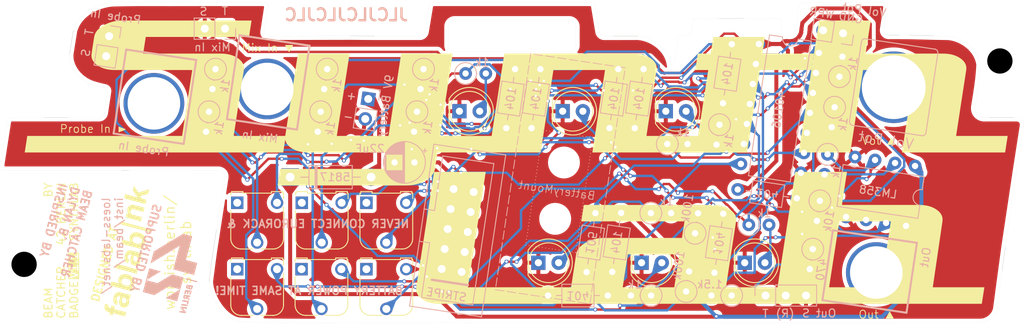
<source format=kicad_pcb>
(kicad_pcb (version 20241229) (generator "pcbnew") (generator_version "9.0")
  (layers (0 "F.Cu" signal) (2 "B.Cu" signal) (13 "F.Paste" user) (15 "B.Paste" user) (5 "F.SilkS" user "F.Silkscreen") (7 "B.SilkS" user "B.Silkscreen") (1 "F.Mask" user) (3 "B.Mask" user) (25 "Edge.Cuts" user))
  (net 0 "")
  (net 1 "GND")
  (net 2 "VCC")
  (net 3 "Net-(D2-A)")
  (net 4 "Net-(D3-A)")
  (net 5 "Net-(D4-A)")
  (net 6 "Net-(D5-A)")
  (net 7 "Net-(D6-A)")
  (net 8 "Net-(D7-A)")
  (net 9 "Net-(J8-Pin_1)")
  (net 10 "Net-(J7-Pin_1)")
  (net 11 "Net-(R1-Pad2)")
  (net 12 "Net-(R2-Pad2)")
  (net 13 "Net-(R8-Pad2)")
  (net 14 "Net-(R9-Pad2)")
  (net 20 "Net-(J9-Pin_2)")
  (net 21 "Net-(U1A-+)")
  (net 22 "Net-(U2A-I)")
  (net 23 "Net-(U2B-I)")
  (net 24 "Net-(U2C-I)")
  (net 25 "Net-(U2D-I)")
  (net 26 "Net-(U2E-I)")
  (net 27 "Net-(U2F-I)")
  (net 28 "Net-(J5--12V-Pad10)")
  (net 29 "Net-(J6-Pin_1)")
  (net 30 "Net-(U1A--)")
  (net 31 "Net-(R4-Pad2)")
  (net 32 "Net-(U1B--)")
  (net 33 "Net-(R11-Pad1)")
  (net 34 "Net-(R12-Pad2)")
  (net 35 "Net-(R13-Pad2)")
  (net 36 "Net-(U2A-O)")
  (net 37 "Net-(U2C-O)")
  (net 38 "Net-(U2E-O)")
  (net 39 "Net-(U2B-O)")
  (net 40 "Net-(U2D-O)")
  (net 41 "Net-(U2F-O)")
  (net 43 "Net-(BT1-+)")
  (footprint "Library:logo_fablabnk" (layer "F.Cu") (at 65.637067 124.6456 75)
    (property "Reference" "REF**" (hide yes))
    (property "Value" "logo_fablabnk" (hide yes))
  )
  (footprint "Library:Faceplate_Hole_Jack_3.5mm_NoPadNumber" (layer "F.Cu") (at 82.55 102.362 180)
    (property "Reference" "J3" (hide yes))
    (property "Value" "Mix_In" (hide yes))
  )
  (footprint "Library:Potentiometer_Runtron_RM-065_Vertical_With3DModel" (layer "F.Cu") (at 95 117.682)
    (property "Reference" "RV4" (hide yes))
    (property "Value" "1M")
  )
  (footprint "Library:Potentiometer_Runtron_RM-065_Vertical_With3DModel" (layer "F.Cu") (at 95 126.03)
    (property "Reference" "RV7" (hide yes))
    (property "Value" "1M")
  )
  (footprint "Library:LED_D5.0mm_Lowered" (layer "F.Cu") (at 119.634 106.172)
    (property "Reference" "D3" (hide yes))
    (property "Value" "LED")
  )
  (footprint "Library:LED_D5.0mm_Lowered" (layer "F.Cu") (at 129.54 125.222)
    (property "Reference" "D6" (hide yes))
    (property "Value" "LED")
  )
  (footprint "Library:LED_D5.0mm_Lowered" (layer "F.Cu") (at 116.586 125.222)
    (property "Reference" "D5" (hide yes))
    (property "Value" "LED")
  )
  (footprint "Library:Potentiometer_Runtron_RM-065_Vertical_With3DModel" (layer "F.Cu") (at 78.78 126.03)
    (property "Reference" "RV5" (hide yes))
    (property "Value" "1M")
  )
  (footprint "Library:LED_D5.0mm_Lowered" (layer "F.Cu") (at 142.489 125.222)
    (property "Reference" "D7" (hide yes))
    (property "Value" "LED")
  )
  (footprint "Library:Potentiometer_Runtron_RM-065_Vertical_With3DModel" (layer "F.Cu") (at 86.854 126.03)
    (property "Reference" "RV6" (hide yes))
    (property "Value" "1M")
  )
  (footprint "" (layer "F.Cu") (at 52.025467 125.426)
    (property "Reference" "")
    (property "Value" "")
  )
  (footprint "Library:Potentiometer_Runtron_RM-065_Vertical_With3DModel" (layer "F.Cu") (at 86.89 117.682)
    (property "Reference" "RV2" (hide yes))
    (property "Value" "1M")
  )
  (footprint "Library:Faceplate_Hole_Jack_3.5mm_NoPadNumber" (layer "F.Cu") (at 159.007467 126.449)
    (property "Reference" "RV3" (hide yes))
    (property "Value" "100K" (hide yes))
  )
  (footprint "Library:Faceplate_Hole_Jack_3.5mm_NoPadNumber" (layer "F.Cu") (at 68.322246 105.181122 -90)
    (property "Reference" "J2" (hide yes))
    (property "Value" "Probe In" (hide yes))
  )
  (footprint "" (layer "F.Cu") (at 174.52197 99.856)
    (property "Reference" "")
    (property "Value" "")
  )
  (footprint "Library:LED_D5.0mm_Lowered" (layer "F.Cu") (at 132.583 106.172)
    (property "Reference" "D4" (hide yes))
    (property "Value" "LED")
  )
  (footprint "Library:Faceplate_Hole_Jack_3.5mm_NoPadNumber" (layer "F.Cu") (at 161.191867 103.1572 90)
    (property "Reference" "J4" (hide yes))
    (property "Value" "Out" (hide yes))
  )
  (footprint "Library:Potentiometer_Runtron_RM-065_Vertical_With3DModel" (layer "F.Cu") (at 78.78 117.682)
    (property "Reference" "RV1" (hide yes))
    (property "Value" "1M")
  )
  (footprint "Library:LED_D5.0mm_Lowered" (layer "F.Cu") (at 106.675 106.172)
    (property "Reference" "D2" (hide yes))
    (property "Value" "LED")
  )
  (footprint "Library:C_Axial_L3.8mm_D2.6mm_P7.50mm_Horizontal_Disc3DModel" (layer "B.Cu") (at 126.973553 118.955591 -98.5)
    (property "Reference" "C3" (hide yes))
    (property "Value" "100nF" (hide yes))
  )
  (footprint "Capacitor_THT:CP_Radial_D5.0mm_P2.50mm" (layer "B.Cu") (at 101.03058 112.606 180)
    (property "Reference" "C11" (hide yes))
    (property "Value" "22uF")
  )
  (footprint "Resistor_THT:R_Axial_DIN0207_L6.3mm_D2.5mm_P2.54mm_Vertical" (layer "B.Cu") (at 90.073928 100.879079 -98.5)
    (property "Reference" "R2" (hide yes))
    (property "Value" "1k")
  )
  (footprint "Library:C_Axial_L3.8mm_D2.6mm_P7.50mm_Horizontal_Disc3DModel" (layer "B.Cu") (at 140.871867 97.747 -98.5)
    (property "Reference" "C5" (hide yes))
    (property "Value" "100nF" (hide yes))
  )
  (footprint "Resistor_THT:R_Axial_DIN0207_L6.3mm_D2.5mm_P2.54mm_Vertical" (layer "B.Cu") (at 76.053128 100.879079 -98.5)
    (property "Reference" "R1" (hide yes))
    (property "Value" "1k")
  )
  (footprint "Connector_PinHeader_2.54mm:PinHeader_1x02_P2.54mm_Vertical" (layer "B.Cu") (at 77.249867 95.7912 90)
    (property "Reference" "J6" (hide yes))
    (property "Value" "Mix In")
  )
  (footprint "Resistor_THT:R_Axial_DIN0207_L6.3mm_D2.5mm_P2.54mm_Vertical" (layer "B.Cu") (at 102.166389 100.879079 -98.5)
    (property "Reference" "R8" (hide yes))
    (property "Value" "1k")
  )
  (footprint "Connector_PinHeader_2.54mm:PinHeader_1x02_P2.54mm_Vertical" (layer "B.Cu") (at 154.841867 96.3754 81.5)
    (property "Reference" "J9" (hide yes))
    (property "Value" "Vol Pot")
  )
  (footprint "Library:logo_42berlin" (layer "B.Cu") (at 70.773358 126.373557 -105)
    (property "Reference" "REF**" (hide yes))
    (property "Value" "logo_42berlin" (hide yes))
  )
  (footprint "Library:C_Axial_L3.8mm_D2.6mm_P7.50mm_Horizontal_Disc3DModel" (layer "B.Cu") (at 116.838953 100.879079 -98.5)
    (property "Reference" "C8" (hide yes))
    (property "Value" "100nF" (hide yes))
  )
  (footprint "Resistor_THT:R_Axial_DIN0207_L6.3mm_D2.5mm_P2.54mm_Vertical" (layer "B.Cu") (at 151.033928 123.510479 -98.5)
    (property "Reference" "R11" (hide yes))
    (property "Value" "470")
  )
  (footprint "Resistor_THT:R_Axial_DIN0207_L6.3mm_D2.5mm_P2.54mm_Vertical" (layer "B.Cu") (at 140.852102 129.3446 180)
    (property "Reference" "R6" (hide yes))
    (property "Value" "1.5k")
  )
  (footprint "Library:C_Axial_L3.8mm_D2.6mm_P7.50mm_Horizontal_Disc3DModel" (layer "B.Cu") (at 126.617953 100.879079 -98.5)
    (property "Reference" "C7" (hide yes))
    (property "Value" "100nF" (hide yes))
  )
  (footprint "Resistor_THT:R_Axial_DIN0207_L6.3mm_D2.5mm_P2.54mm_Vertical" (layer "B.Cu") (at 89.259067 106.238479 -98.5)
    (property "Reference" "R12" (hide yes))
    (property "Value" "1k")
  )
  (footprint "Library:C_Axial_L3.8mm_D2.6mm_P7.50mm_Horizontal_Disc3DModel" (layer "B.Cu") (at 138.691982 126.47481 81.5)
    (property "Reference" "C6" (hide yes))
    (property "Value" "100nF" (hide yes))
  )
  (footprint "Resistor_THT:R_Axial_DIN0207_L6.3mm_D2.5mm_P2.54mm_Vertical" (layer "B.Cu") (at 143.001867 120.4546)
    (property "Reference" "R19" (hide yes))
    (property "Value" "1k")
  )
  (footprint "Resistor_THT:R_Axial_DIN0207_L6.3mm_D2.5mm_P2.54mm_Vertical" (layer "B.Cu") (at 75.240328 106.238479 -98.5)
    (property "Reference" "R9" (hide yes))
    (property "Value" "1k")
  )
  (footprint "Package_DIP:DIP-8_W7.62mm" (layer "B.Cu") (at 162.746603 120.58996 81.5)
    (property "Reference" "U1" (hide yes))
    (property "Value" "LM358")
  )
  (footprint "Resistor_THT:R_Axial_DIN0207_L6.3mm_D2.5mm_P2.54mm_Vertical" (layer "B.Cu") (at 135.131467 128.8366 81.5)
    (property "Reference" "R20" (hide yes))
    (property "Value" "100k")
  )
  (footprint "Library:C_Axial_L3.8mm_D2.6mm_P7.50mm_Horizontal_Disc3DModel" (layer "B.Cu") (at 122.639182 126.39861 81.5)
    (property "Reference" "C1" (hide yes))
    (property "Value" "1uF" (hide yes))
  )
  (footprint "Resistor_THT:R_Axial_DIN0207_L6.3mm_D2.5mm_P2.54mm_Vertical" (layer "B.Cu") (at 130.708267 118.9814)
    (property "Reference" "R18" (hide yes))
    (property "Value" "1k")
  )
  (footprint "Resistor_THT:R_Axial_DIN0207_L6.3mm_D2.5mm_P2.54mm_Vertical" (layer "B.Cu") (at 154.382606 101.828522 81.5)
    (property "Reference" "R10" (hide yes))
    (property "Value" "1k")
  )
  (footprint "Resistor_THT:R_Axial_DIN0207_L6.3mm_D2.5mm_P2.54mm_Vertical" (layer "B.Cu") (at 151.922928 117.439879 -98.5)
    (property "Reference" "R4" (hide yes))
    (property "Value" "10k")
  )
  (footprint "Library:EighthInch_PJ398SM_Silkscreen_Courtyard_Only" (layer "B.Cu") (at 159.007467 126.449 -8.5)
    (property "Reference" "J4" (hide yes))
    (property "Value" "Out")
  )
  (footprint "Resistor_THT:R_Axial_DIN0207_L6.3mm_D2.5mm_P2.54mm_Vertical" (layer "B.Cu") (at 153.775067 105.6718 -98.5)
    (property "Reference" "R5" (hide yes))
    (property "Value" "1k")
  )
  (footprint "Connector_PinHeader_2.54mm:PinHeader_1x02_P2.54mm_Vertical" (layer "B.Cu") (at 95.228067 104.6304 171.5)
    (property "Reference" "BT1" (hide yes))
    (property "Value" "9V Battery")
  )
  (footprint "Package_DIP:DIP-14_W7.62mm" (layer "B.Cu") (at 151.797011 98.849199 171.5)
    (property "Reference" "U2" (hide yes))
    (property "Value" "CD40106BPWR" (hide yes))
  )
  (footprint "Resistor_THT:R_Axial_DIN0207_L6.3mm_D2.5mm_P2.54mm_Vertical" (layer "B.Cu") (at 152.886067 111.59 -98.5)
    (property "Reference" "R7" (hide yes))
    (property "Value" "1k")
  )
  (footprint "Resistor_THT:R_Axial_DIN0207_L6.3mm_D2.5mm_P2.54mm_Vertical" (layer "B.Cu") (at 130.740867 129.3446 180)
    (property "Reference" "R16" (hide yes))
    (property "Value" "1k")
  )
  (footprint "Library:Pot_9mm_DShaft_Silkscreen_Courtyard_Only" (layer "B.Cu") (at 161.191867 103.1572 -8.5)
    (property "Reference" "RV3" (hide yes))
    (property "Value" "100K" (hide yes))
  )
  (footprint "Connector_PinHeader_2.54mm:PinHeader_1x03_P2.54mm_Vertical" (layer "B.Cu") (at 145.103267 129.3446 -90)
    (property "Reference" "J8" (hide yes))
    (property "Value" "Out")
  )
  (footprint "Connector_PinHeader_2.54mm:PinHeader_1x02_P2.54mm_Vertical" (layer "B.Cu") (at 62.701324 96.740005 171.5)
    (property "Reference" "J7" (hide yes))
    (property "Value" "Probe In")
  )
  (footprint "Diode_THT:D_DO-41_SOD81_P10.16mm_Horizontal" (layer "B.Cu") (at 85.423667 114.4602)
    (property "Reference" "D8" (hide yes))
    (property "Value" "5817")
  )
  (footprint "Resistor_THT:R_Axial_DIN0207_L6.3mm_D2.5mm_P2.54mm_Vertical" (layer "B.Cu") (at 101.349467 106.2306 -98.5)
    (property "Reference" "R13" (hide yes))
    (property "Value" "1k")
  )
  (footprint "Library:EighthInch_PJ398SM_Silkscreen_Courtyard_Only" (layer "B.Cu") (at 68.322246 105.181122 -98.5)
    (property "Reference" "J2" (hide yes))
    (property "Value" "Probe In")
  )
  (footprint "Library:9VBatteryClop" (layer "B.Cu") (at 120.704267 114.8666 171.5)
    (property "Reference" "BatteryMount")
    (property "Value" "9VBatteryClop")
  )
  (footprint "Resistor_THT:R_Axial_DIN0207_L6.3mm_D2.5mm_P2.54mm_Vertical" (layer "B.Cu") (at 139.324528 107.864079 -98.5)
    (property "Reference" "R15" (hide yes))
    (property "Value" "1k")
  )
  (footprint "Resistor_THT:R_Axial_DIN0207_L6.3mm_D2.5mm_P2.54mm_Vertical" (layer "B.Cu") (at 107.445467 101.43)
    (property "Reference" "R14" (hide yes))
    (property "Value" "1k")
  )
  (footprint "Library:C_Axial_L3.8mm_D2.6mm_P7.50mm_Horizontal_Disc3DModel" (layer "B.Cu") (at 117.801667 129.3446)
    (property "Reference" "C2" (hide yes))
    (property "Value" "100nF" (hide yes))
  )
  (footprint "Library:EighthInch_PJ398SM_Silkscreen_Courtyard_Only" (layer "B.Cu") (at 82.55 103.376 -98.5)
    (property "Reference" "J3" (hide yes))
    (property "Value" "Mix In")
  )
  (footprint "Library:C_Axial_L3.8mm_D2.6mm_P7.50mm_Horizontal_Disc3DModel" (layer "B.Cu") (at 129.792953 100.879079 -98.5)
    (property "Reference" "C4" (hide yes))
    (property "Value" "100nF" (hide yes))
  )
  (footprint "Library:IDC-Header_2x05_P2.54mm_Vertical_Euro_Power_Striped_ThickerText" (layer "B.Cu") (at 108.461144 116.332 171.5)
    (property "Reference" "J5" (hide yes))
    (property "Value" "Eurorack_Power_10pin_Unshrouded" (hide yes))
  )
  (footprint "Library:C_Axial_L3.8mm_D2.6mm_P7.50mm_Horizontal_Disc3DModel" (layer "B.Cu") (at 141.608467 116.0096 -8.5)
    (property "Reference" "C10" (hide yes))
    (property "Value" "100nF" (hide yes))
  )
  (footprint "Resistor_THT:R_Axial_DIN0207_L6.3mm_D2.5mm_P2.54mm_Vertical" (layer "B.Cu") (at 136.254631 121.5189 81.5)
    (property "Reference" "R3" (hide yes))
    (property "Value" "100k")
  )
  (footprint "Resistor_THT:R_Axial_DIN0207_L6.3mm_D2.5mm_P2.54mm_Vertical" (layer "B.Cu") (at 132.769267 110.2946)
    (property "Reference" "R17" (hide yes))
    (property "Value" "1k")
  )
  (footprint "Library:C_Axial_L3.8mm_D2.6mm_P7.50mm_Horizontal_Disc3DModel" (layer "B.Cu") (at 113.663953 100.879079 -98.5)
    (property "Reference" "C9" (hide yes))
    (property "Value" "100nF" (hide yes))
  )
  (gr_poly (pts (xy 107.735622 128.307054) (xy 120.693687 128.307054) (xy 127.171659 128.307054) (xy 133.645685 128.307054) (xy 134.287504 124.163119) (xy 127.813486 124.163119) (xy 127.171659 128.307054) (xy 120.693687 128.307054) (xy 121.325493 124.163119) (xy 121.344787 124.057711) (xy 121.371276 123.954265) (xy 121.404958 123.852782) (xy 121.445836 123.75326) (xy 121.493907 123.655701) (xy 121.549173 123.560103) (xy 121.611633 123.466468) (xy 121.681288 123.374795) (xy 121.758136 123.285084) (xy 121.842179 123.197334) (xy 121.933416 123.111548) (xy 122.031848 123.027723) (xy 122.137473 122.94586) (xy 122.250293 122.865959) (xy 122.370307 122.788021) (xy 122.497515 122.712044) (xy 122.631156 122.637703) (xy 122.766976 122.568157) (xy 122.904977 122.503408) (xy 123.045157 122.443455) (xy 123.187518 122.388299) (xy 123.332059 122.337939) (xy 123.47878 122.292375) (xy 123.62768 122.251607) (xy 123.778761 122.215635) (xy 123.932023 122.18446) (xy 124.087464 122.158081) (xy 124.245085 122.136498) (xy 124.404887 122.119711) (xy 124.566869 122.107721) (xy 124.731031 122.100526) (xy 124.897374 122.098128) (xy 134.608409 122.098128) (xy 134.929314 120.019185) (xy 121.96732 120.019185) (xy 122.288225 117.954193) (xy 138.487253 117.954193) (xy 138.652778 117.956537) (xy 138.814487 117.963568) (xy 138.972382 117.975286) (xy 139.12646 117.991691) (xy 139.276724 118.012784) (xy 139.423172 118.038563) (xy 139.565804 118.06903) (xy 139.704622 118.104185) (xy 139.839624 118.144026) (xy 139.970811 118.188555) (xy 140.098183 118.237771) (xy 140.221739 118.291674) (xy 140.341481 118.350264) (xy 140.457407 118.413541) (xy 140.569518 118.481506) (xy 140.677814 118.554158) (xy 140.780387 118.630189) (xy 140.875331 118.708291) (xy 140.962643 118.788464) (xy 141.042326 118.870709) (xy 141.079306 118.912608) (xy 141.114378 118.955024) (xy 141.147543 118.997958) (xy 141.1788 119.041411) (xy 141.208149 119.085381) (xy 141.235591 119.129868) (xy 141.261126 119.174874) (xy 141.284753 119.220397) (xy 141.306472 119.266438) (xy 141.326284 119.312997) (xy 141.344188 119.360074) (xy 141.360185 119.407668) (xy 141.374274 119.45578) (xy 141.386456 119.50441) (xy 141.39673 119.553558) (xy 141.405096 119.603223) (xy 141.411555 119.653406) (xy 141.416107 119.704107) (xy 141.418751 119.755326) (xy 141.419487 119.807063) (xy 141.418316 119.859317) (xy 141.415237 119.912089) (xy 141.410251 119.965379) (xy 141.403357 120.019187) (xy 140.13367 128.307058) (xy 146.606754 128.307058) (xy 146.606754 128.307054) (xy 153.081722 128.307054) (xy 159.555748 128.307054) (xy 160.839393 120.019185) (xy 154.365367 120.019185) (xy 153.081722 128.307054) (xy 146.606754 128.307054) (xy 148.840115 113.796306) (xy 155.328099 113.796306) (xy 154.686281 117.954193) (xy 164.397324 117.954193) (xy 164.562848 117.956537) (xy 164.724556 117.963568) (xy 164.88245 117.975286) (xy 165.036528 117.991691) (xy 165.186791 118.012784) (xy 165.333239 118.038563) (xy 165.475872 118.06903) (xy 165.61469 118.104185) (xy 165.749693 118.144026) (xy 165.88088 118.188555) (xy 166.008252 118.237771) (xy 166.131809 118.291674) (xy 166.251551 118.350264) (xy 166.367478 118.413541) (xy 166.479589 118.481506) (xy 166.587885 118.554158) (xy 166.690459 118.630189) (xy 166.785402 118.708291) (xy 166.872714 118.788464) (xy 166.952397 118.870709) (xy 166.989377 118.912608) (xy 167.024449 118.955024) (xy 167.057614 118.997958) (xy 167.088871 119.041411) (xy 167.118221 119.085381) (xy 167.145663 119.129868) (xy 167.171197 119.174874) (xy 167.194824 119.220397) (xy 167.216543 119.266438) (xy 167.236355 119.312997) (xy 167.254259 119.360074) (xy 167.270256 119.407668) (xy 167.284345 119.45578) (xy 167.296527 119.50441) (xy 167.306801 119.553558) (xy 167.315167 119.603223) (xy 167.321626 119.653406) (xy 167.326178 119.704107) (xy 167.328822 119.755326) (xy 167.329558 119.807063) (xy 167.328387 119.859317) (xy 167.325308 119.912089) (xy 167.320322 119.965379) (xy 167.313428 120.019187) (xy 166.09954 128.307054) (xy 172.573566 128.307054) (xy 172.252653 130.386) (xy 146.286782 130.386) (xy 120.37672 130.386) (xy 104.1777 130.386) (xy 104.012121 130.383656) (xy 103.850249 130.376625) (xy 103.692082 130.364907) (xy 103.537622 130.348502) (xy 103.386868 130.32741) (xy 103.239821 130.30163) (xy 103.096479 130.271163) (xy 102.956844 130.236009) (xy 102.820915 130.196168) (xy 102.688692 130.151639) (xy 102.560176 130.102423) (xy 102.435365 130.04852) (xy 102.314261 129.98993) (xy 102.196863 129.926652) (xy 102.083171 129.858687) (xy 101.973185 129.786035) (xy 101.870665 129.708315) (xy 101.775885 129.628632) (xy 101.688844 129.546988) (xy 101.609543 129.463381) (xy 101.537981 129.377812) (xy 101.505103 129.334292) (xy 101.474159 129.290281) (xy 101.44515 129.24578) (xy 101.418076 129.200788) (xy 101.392936 129.155306) (xy 101.369732 129.109333) (xy 101.348463 129.06287) (xy 101.329128 129.015916) (xy 101.311728 128.968471) (xy 101.296263 128.920536) (xy 101.282733 128.872111) (xy 101.271137 128.823195) (xy 101.261477 128.773788) (xy 101.253751 128.723891) (xy 101.24796 128.673503) (xy 101.244104 128.622625) (xy 101.242183 128.571256) (xy 101.242197 128.519397) (xy 101.244146 128.467047) (xy 101.248029 128.414207) (xy 101.253847 128.360876) (xy 101.2616 128.307054) (xy 103.494019 113.796306) (xy 109.982 113.796306)) (stroke (width -0.000001)) (fill yes) (layer "F.SilkS"))
  (gr_poly (pts (xy 80.260115 96.834404) (xy 67.298109 96.834404) (xy 66.977199 98.927299) (xy 76.702193 98.927299) (xy 76.867716 98.929643) (xy 77.029425 98.936674) (xy 77.187318 98.948392) (xy 77.341397 98.964797) (xy 77.49166 98.98589) (xy 77.638108 99.011669) (xy 77.780741 99.042136) (xy 77.919559 99.077291) (xy 78.054562 99.117132) (xy 78.18575 99.161661) (xy 78.313122 99.210877) (xy 78.43668 99.26478) (xy 78.556422 99.32337) (xy 78.672349 99.386647) (xy 78.784461 99.454612) (xy 78.892758 99.527264) (xy 78.995332 99.603295) (xy 79.090276 99.681397) (xy 79.177589 99.76157) (xy 79.257272 99.843815) (xy 79.294252 99.885714) (xy 79.329324 99.92813) (xy 79.362489 99.971065) (xy 79.393746 100.014517) (xy 79.423096 100.058487) (xy 79.450538 100.102974) (xy 79.476072 100.14798) (xy 79.499699 100.193503) (xy 79.521418 100.239544) (xy 79.54123 100.286103) (xy 79.559134 100.333179) (xy 79.575131 100.380774) (xy 79.58922 100.428886) (xy 79.601401 100.477516) (xy 79.611675 100.526664) (xy 79.620041 100.576329) (xy 79.626499 100.626512) (xy 79.63105 100.677213) (xy 79.633693 100.728432) (xy 79.634429 100.780169) (xy 79.633258 100.832423) (xy 79.630178 100.885195) (xy 79.625191 100.938485) (xy 79.618296 100.992293) (xy 79.286923 103.071236) (xy 78.96252 105.150181) (xy 78.652077 107.215173) (xy 78.334651 109.280164) (xy 84.808677 109.28016) (xy 86.399274 98.927299) (xy 92.88725 98.927299) (xy 91.282699 109.28016) (xy 97.770684 109.28016) (xy 99.361284 98.927299) (xy 105.83531 98.927299) (xy 104.24471 109.28016) (xy 110.716817 109.28016) (xy 111.98844 100.992295) (xy 112.309337 98.927299) (xy 128.508356 98.927299) (xy 128.67388 98.929643) (xy 128.835588 98.936674) (xy 128.993482 98.948392) (xy 129.14756 98.964797) (xy 129.297823 98.98589) (xy 129.444272 99.011669) (xy 129.586905 99.042136) (xy 129.725723 99.077291) (xy 129.860726 99.117132) (xy 129.991914 99.161661) (xy 130.119287 99.210877) (xy 130.242845 99.26478) (xy 130.362588 99.32337) (xy 130.478515 99.386647) (xy 130.590628 99.454612) (xy 130.698926 99.527264) (xy 130.801499 99.603295) (xy 130.896442 99.681397) (xy 130.983755 99.76157) (xy 131.063437 99.843815) (xy 131.100417 99.885714) (xy 131.135489 99.92813) (xy 131.168654 99.971065) (xy 131.199911 100.014517) (xy 131.22926 100.058487) (xy 131.256702 100.102974) (xy 131.282237 100.14798) (xy 131.305863 100.193503) (xy 131.327582 100.239544) (xy 131.347394 100.286103) (xy 131.365298 100.333179) (xy 131.381294 100.380774) (xy 131.395383 100.428886) (xy 131.407564 100.477516) (xy 131.417838 100.526664) (xy 131.426204 100.576329) (xy 131.432663 100.626512) (xy 131.437214 100.677213) (xy 131.439857 100.728432) (xy 131.440593 100.780169) (xy 131.439421 100.832423) (xy 131.436342 100.885195) (xy 131.431355 100.938485) (xy 131.42446 100.992293) (xy 130.154773 109.280164) (xy 136.628799 109.280164) (xy 136.308121 111.357588) (xy 137.912436 100.992291) (xy 136.279978 100.992291) (xy 136.600891 98.927299) (xy 138.219391 98.927299) (xy 138.540305 96.834404) (xy 145.028289 96.834404) (xy 144.707376 98.927299) (xy 151.181402 98.927299) (xy 150.860488 100.992291) (xy 144.386462 100.992291) (xy 142.781912 111.359106) (xy 136.307886 111.359106) (xy 136.307886 111.35911) (xy 129.833868 111.35911) (xy 123.359841 111.35911) (xy 124.950442 100.992295) (xy 118.476416 100.992295) (xy 116.871865 111.35911) (xy 110.397839 111.35911) (xy 110.399311 111.34952) (xy 110.397831 111.359106) (xy 103.923797 111.359106) (xy 103.602891 113.424097) (xy 103.581909 113.531195) (xy 103.553841 113.636221) (xy 103.518688 113.739176) (xy 103.476449 113.84006) (xy 103.427125 113.938872) (xy 103.370715 114.035614) (xy 103.30722 114.130285) (xy 103.236639 114.222885) (xy 103.158972 114.313413) (xy 103.07422 114.401871) (xy 102.982383 114.488257) (xy 102.88346 114.572573) (xy 102.777451 114.654817) (xy 102.664357 114.734991) (xy 102.544177 114.813093) (xy 102.416912 114.889124) (xy 102.286651 114.963466) (xy 102.153991 115.033012) (xy 102.018934 115.097761) (xy 101.881479 115.157714) (xy 101.741626 115.212871) (xy 101.599375 115.263232) (xy 101.454725 115.308796) (xy 101.307678 115.349564) (xy 101.158233 115.385536) (xy 101.006389 115.416711) (xy 100.852148 115.44309) (xy 100.695508 115.464673) (xy 100.536471 115.48146) (xy 100.375035 115.493451) (xy 100.211201 115.500645) (xy 100.044969 115.503043) (xy 99.347326 115.503043) (xy 96.807952 115.503043) (xy 83.845945 115.503043) (xy 84.166855 113.424097) (xy 97.128857 113.424097) (xy 97.449762 111.359106) (xy 90.961786 111.359106) (xy 87.724777 111.359106) (xy 87.559199 111.356762) (xy 87.397327 111.349731) (xy 87.239161 111.338013) (xy 87.084702 111.321608) (xy 86.933948 111.300516) (xy 86.7869 111.274736) (xy 86.643559 111.244269) (xy 86.503924 111.209115) (xy 86.367994 111.169274) (xy 86.235771 111.124745) (xy 86.107254 111.075529) (xy 85.982443 111.021626) (xy 85.861337 110.963036) (xy 85.743938 110.899758) (xy 85.630245 110.831793) (xy 85.520258 110.759141) (xy 85.417739 110.681421) (xy 85.322959 110.601738) (xy 85.235919 110.520094) (xy 85.156618 110.436487) (xy 85.085057 110.350918) (xy 85.052178 110.307398) (xy 85.021235 110.263387) (xy 84.992226 110.218886) (xy 84.965152 110.173894) (xy 84.940013 110.128412) (xy 84.916809 110.082439) (xy 84.895539 110.035976) (xy 84.876205 109.989022) (xy 84.858805 109.941577) (xy 84.84334 109.893642) (xy 84.82981 109.845217) (xy 84.818214 109.796301) (xy 84.808554 109.746894) (xy 84.807474 109.73992) (xy 84.557534 111.359106) (xy 52.103679 111.359106) (xy 52.424588 109.28016) (xy 71.860625 109.28016) (xy 73.130312 100.992291) (xy 63.419273 100.992291) (xy 63.253694 100.989947) (xy 63.091822 100.982916) (xy 62.933655 100.971198) (xy 62.779195 100.954793) (xy 62.628441 100.9337) (xy 62.481394 100.907921) (xy 62.338052 100.877454) (xy 62.198417 100.842299) (xy 62.062488 100.802458) (xy 61.930265 100.757929) (xy 61.801748 100.708713) (xy 61.676938 100.65481) (xy 61.555834 100.59622) (xy 61.438435 100.532943) (xy 61.324743 100.464978) (xy 61.214758 100.392326) (xy 61.112238 100.31466) (xy 61.017458 100.235141) (xy 60.930417 100.153768) (xy 60.851116 100.070543) (xy 60.779554 99.985464) (xy 60.746675 99.94223) (xy 60.715732 99.898532) (xy 60.686723 99.854372) (xy 60.659649 99.809748) (xy 60.634509 99.76466) (xy 60.611305 99.71911) (xy 60.590035 99.673096) (xy 60.570701 99.626619) (xy 60.553301 99.579679) (xy 60.537836 99.532275) (xy 60.524306 99.484408) (xy 60.51271 99.436078) (xy 60.50305 99.387285) (xy 60.495324 99.338028) (xy 60.489533 99.288308) (xy 60.485677 99.238125) (xy 60.483756 99.187479) (xy 60.48377 99.136369) (xy 60.485718 99.084796) (xy 60.489602 99.03276) (xy 60.49542 98.98026) (xy 60.503173 98.927297) (xy 60.538925 98.663069) (xy 60.576422 98.400585) (xy 60.615664 98.139845) (xy 60.656651 97.880849) (xy 60.824083 96.834402) (xy 60.843376 96.728994) (xy 60.869865 96.625548) (xy 60.903547 96.524064) (xy 60.944424 96.424543) (xy 60.992495 96.326983) (xy 61.047761 96.231386) (xy 61.110221 96.137751) (xy 61.179875 96.046077) (xy 61.256724 95.956366) (xy 61.340767 95.868617) (xy 61.432004 95.78283) (xy 61.530435 95.699005) (xy 61.636061 95.617143) (xy 61.748881 95.537242) (xy 61.868895 95.459303) (xy 61.996104 95.383327) (xy 62.128054 95.308985) (xy 62.262294 95.23944) (xy 62.398822 95.174691) (xy 62.53764 95.114738) (xy 62.678747 95.059581) (xy 62.822143 95.009221) (xy 62.967828 94.963657) (xy 63.115802 94.922889) (xy 63.266065 94.886917) (xy 63.418618 94.855742) (xy 63.57346 94.829363) (xy 63.73059 94.80778) (xy 63.89001 94.790993) (xy 64.051719 94.779002) (xy 64.215718 94.771808) (xy 64.382005 94.76941) (xy 80.581028 94.76941)) (stroke (width -0.000001)) (fill yes) (layer "F.SilkS"))
  (gr_poly (pts (xy 157.669378 98.927299) (xy 162.524895 98.927299) (xy 167.380413 98.927299) (xy 167.545935 98.929643) (xy 167.707643 98.936674) (xy 167.865536 98.948392) (xy 168.019615 98.964797) (xy 168.169878 98.98589) (xy 168.316327 99.011669) (xy 168.458961 99.042136) (xy 168.59778 99.077291) (xy 168.732784 99.117132) (xy 168.863972 99.161661) (xy 168.991346 99.210877) (xy 169.114904 99.26478) (xy 169.234647 99.32337) (xy 169.350574 99.386647) (xy 169.462686 99.454612) (xy 169.570982 99.527264) (xy 169.673556 99.603295) (xy 169.768499 99.681397) (xy 169.855812 99.76157) (xy 169.935495 99.843815) (xy 169.972475 99.885714) (xy 170.007548 99.92813) (xy 170.040713 99.971065) (xy 170.07197 100.014517) (xy 170.10132 100.058487) (xy 170.128762 100.102974) (xy 170.154297 100.14798) (xy 170.177924 100.193503) (xy 170.199644 100.239544) (xy 170.219456 100.286103) (xy 170.23736 100.333179) (xy 170.253357 100.380774) (xy 170.267446 100.428886) (xy 170.279628 100.477516) (xy 170.289902 100.526664) (xy 170.298268 100.576329) (xy 170.304727 100.626512) (xy 170.309278 100.677213) (xy 170.311922 100.728432) (xy 170.312658 100.780169) (xy 170.311486 100.832423) (xy 170.308407 100.885195) (xy 170.30342 100.938485) (xy 170.296525 100.992293) (xy 169.02683 109.280164) (xy 175.500848 109.280164) (xy 175.179942 111.35911) (xy 168.69195 111.35911) (xy 162.23189 111.35911) (xy 163.822491 100.992295) (xy 157.348456 100.992295) (xy 155.743897 111.35911) (xy 149.26988 111.35911) (xy 151.823229 94.769412) (xy 158.311188 94.769412)) (stroke (width -0.000001)) (fill yes) (layer "F.SilkS"))
  (gr_line (start 49.906995 107.409028) (end 49.013684 113.182052) (stroke (width 0.009999)) (layer "Edge.Cuts"))
  (gr_curve (pts (xy 82.18414 96.170015) (xy 82.289242 95.494715) (xy 82.474087 94.281714) (xy 82.670666 93.00482)) (stroke (width 0.009999)) (layer "Edge.Cuts"))
  (gr_line (start 124.224881 96.178006) (end 123.639634 92.651031) (stroke (width 0.01)) (layer "Edge.Cuts"))
  (gr_curve (pts (xy 171.409116 105.573457) (xy 171.691983 103.815198) (xy 171.999234 102.056878) (xy 172.062955 100.278291)) (stroke (width 0.009999)) (layer "Edge.Cuts"))
  (gr_line (start 136.082852 94.518271) (end 139.285284 94.513052) (stroke (width 0.01)) (layer "Edge.Cuts"))
  (gr_curve (pts (xy 82.652646 96.719476) (xy 82.344372 96.720323) (xy 82.136746 96.474538) (xy 82.18414 96.170015)) (stroke (width 0.009999)) (layer "Edge.Cuts"))
  (gr_line (start 92.981084 96.697452) (end 96.015467 96.72228) (stroke (width 0.05)) (layer "Edge.Cuts"))
  (gr_line (start 61.419171 106.963578) (end 57.516792 106.963578) (stroke (width 0.01)) (layer "Edge.Cuts"))
  (gr_arc (start 105.27197 95.539935) (mid 105.515087 94.953) (end 106.102022 94.709883) (stroke (width 0.01)) (layer "Edge.Cuts"))
  (gr_curve (pts (xy 62.473569 103.704499) (xy 62.335034 104.608091) (xy 62.196484 105.511682) (xy 62.05795 106.415273)) (stroke (width 0.009999)) (layer "Edge.Cuts"))
  (gr_line (start 76.383069 113.615489) (end 65.142684 113.613852) (stroke (width 0.01)) (layer "Edge.Cuts"))
  (gr_curve (pts (xy 63.101834 92.511793) (xy 61.203809 92.691008) (xy 59.217129 93.665621) (xy 58.400311 95.472185)) (stroke (width 0.009999)) (layer "Edge.Cuts"))
  (gr_line (start 57.714871 99.220422) (end 57.725884 99.008852) (stroke (width 0.01)) (layer "Edge.Cuts"))
  (gr_line (start 163.212084 96.621252) (end 166.209284 96.697452) (stroke (width 0.05)) (layer "Edge.Cuts"))
  (gr_curve (pts (xy 133.202084 100.320455) (xy 132.937009 98.327756) (xy 131.023282 96.877084) (xy 129.086267 96.719476)) (stroke (width 0.009999)) (layer "Edge.Cuts"))
  (gr_curve (pts (xy 135.849118 96.043966) (xy 135.801022 96.356996) (xy 135.50546 96.610768) (xy 135.188809 96.610768)) (stroke (width 0.009999)) (layer "Edge.Cuts"))
  (gr_line (start 146.630032 94.518271) (end 142.307884 94.513052) (stroke (width 0.01)) (layer "Edge.Cuts"))
  (gr_line (start 57.725884 99.008852) (end 58.208484 95.986252) (stroke (width 0.05)) (layer "Edge.Cuts"))
  (gr_line (start 175.200884 123.265852) (end 176.646115 113.615497) (stroke (width 0.01)) (layer "Edge.Cuts"))
  (gr_line (start 123.345867 92.453728) (end 103.152867 92.455652) (stroke (width 0.01)) (layer "Edge.Cuts"))
  (gr_curve (pts (xy 78.907742 132.582767) (xy 81.11694 132.93394) (xy 106.791424 132.666248) (xy 109.015561 132.75674)) (stroke (width 0.009999)) (layer "Edge.Cuts"))
  (gr_line (start 76.166284 121.081452) (end 75.709084 124.078652) (stroke (width 0.05)) (layer "Edge.Cuts"))
  (gr_curve (pts (xy 82.670666 93.00482) (xy 82.717572 92.700152) (xy 82.50581 92.453253) (xy 82.197552 92.453333)) (stroke (width 0.009999)) (layer "Edge.Cuts"))
  (gr_curve (pts (xy 123.639634 92.651031) (xy 123.606892 92.453728) (xy 123.345867 92.453728) (xy 123.345867 92.453728)) (stroke (width 0.01)) (layer "Edge.Cuts"))
  (gr_curve (pts (xy 136.082852 94.518271) (xy 136.005337 95.026892) (xy 135.927151 95.535422) (xy 135.849118 96.043966)) (stroke (width 0.009999)) (layer "Edge.Cuts"))
  (gr_curve (pts (xy 172.601956 106.963582) (xy 171.825192 106.963582) (xy 171.285733 106.340352) (xy 171.409116 105.573457)) (stroke (width 0.009999)) (layer "Edge.Cuts"))
  (gr_line (start 124.86366 96.726311) (end 126.063667 96.726311) (stroke (width 0.01)) (layer "Edge.Cuts"))
  (gr_line (start 161.86929 96.610772) (end 160.590054 96.610772) (stroke (width 0.05)) (layer "Edge.Cuts"))
  (gr_line (start 105.27197 95.5399) (end 105.27197 95.656052) (stroke (width 0.01)) (layer "Edge.Cuts"))
  (gr_curve (pts (xy 160.590054 96.610772) (xy 160.178525 96.610772) (xy 159.895779 96.281076) (xy 159.958523 95.874376)) (stroke (width 0.009999)) (layer "Edge.Cuts"))
  (gr_line (start 135.188809 96.610768) (end 134.1517 96.610768) (stroke (width 0.009999)) (layer "Edge.Cuts"))
  (gr_line (start 176.646115 113.615497) (end 177.514798 108.00942) (stroke (width 0.009999)) (layer "Edge.Cuts"))
  (gr_curve (pts (xy 177.514798 108.00942) (xy 177.604184 107.431821) (xy 177.202756 106.963582) (xy 176.618283 106.963582)) (stroke (width 0.009999)) (layer "Edge.Cuts"))
  (gr_line (start 146.970883 96.035715) (end 147.116421 95.085058) (stroke (width 0.009999)) (layer "Edge.Cuts"))
  (gr_line (start 101.697452 96.72228) (end 96.015467 96.72228) (stroke (width 0.01)) (layer "Edge.Cuts"))
  (gr_line (start 176.242284 106.959052) (end 173.219684 106.959052) (stroke (width 0.05)) (layer "Edge.Cuts"))
  (gr_line (start 109.015561 132.75674) (end 172.049954 132.75674) (stroke (width 0.009999)) (layer "Edge.Cuts"))
  (gr_line (start 49.385266 113.615489) (end 64.265467 113.615489) (stroke (width 0.01)) (layer "Edge.Cuts"))
  (gr_curve (pts (xy 150.020962 92.4532) (xy 149.664242 92.4532) (xy 149.330685 92.738951) (xy 149.27612 93.091467)) (stroke (width 0.009999)) (layer "Edge.Cuts"))
  (gr_line (start 120.44192 98.704052) (end 106.102002 98.704052) (stroke (width 0.01)) (layer "Edge.Cuts"))
  (gr_arc (start 121.271972 97.874) (mid 121.028855 98.460935) (end 120.44192 98.704052) (stroke (width 0.01)) (layer "Edge.Cuts"))
  (gr_curve (pts (xy 102.905114 92.745652) (xy 102.95422 92.449719) (xy 103.152867 92.455652) (xy 103.152867 92.455652)) (stroke (width 0.01)) (layer "Edge.Cuts"))
  (gr_line (start 159.727261 92.4532) (end 150.020962 92.4532) (stroke (width 0.009999)) (layer "Edge.Cuts"))
  (gr_curve (pts (xy 160.370572 93.203272) (xy 160.434476 92.789023) (xy 160.14639 92.4532) (xy 159.727261 92.4532)) (stroke (width 0.009999)) (layer "Edge.Cuts"))
  (gr_curve (pts (xy 147.464566 96.610772) (xy 147.143277 96.610772) (xy 146.922269 96.353315) (xy 146.970883 96.035715)) (stroke (width 0.009999)) (layer "Edge.Cuts"))
  (gr_curve (pts (xy 124.224881 96.178006) (xy 124.273282 96.493413) (xy 124.544568 96.726311) (xy 124.86366 96.726311)) (stroke (width 0.009999)) (layer "Edge.Cuts"))
  (gr_curve (pts (xy 50.436084 106.959052) (xy 50.177884 106.963578) (xy 49.945142 107.163011) (xy 49.906995 107.409028)) (stroke (width 0.009999)) (layer "Edge.Cuts"))
  (gr_line (start 139.285284 94.513052) (end 142.307884 94.508126) (stroke (width 0.05)) (layer "Edge.Cuts"))
  (gr_line (start 102.336231 96.173975) (end 102.905114 92.745652) (stroke (width 0.01)) (layer "Edge.Cuts"))
  (gr_line (start 106.102022 94.709954) (end 120.441918 94.709883) (stroke (width 0.01)) (layer "Edge.Cuts"))
  (gr_line (start 121.27197 95.539935) (end 121.27197 95.656052) (stroke (width 0.01)) (layer "Edge.Cuts"))
  (gr_line (start 58.400311 95.472185) (end 58.208484 95.986252) (stroke (width 0.01)) (layer "Edge.Cuts"))
  (gr_line (start 168.075711 96.729951) (end 166.209284 96.697452) (stroke (width 0.01)) (layer "Edge.Cuts"))
  (gr_curve (pts (xy 172.062955 100.278291) (xy 171.793545 98.341211) (xy 169.954068 96.926442) (xy 168.075711 96.729951)) (stroke (width 0.009999)) (layer "Edge.Cuts"))
  (gr_curve (pts (xy 159.958523 95.874376) (xy 160.095883 94.984007) (xy 160.233304 94.093653) (xy 160.370572 93.203272)) (stroke (width 0.009999)) (layer "Edge.Cuts"))
  (gr_curve (pts (xy 148.82272 96.028521) (xy 148.773099 96.350095) (xy 148.46896 96.610772) (xy 148.143582 96.610772)) (stroke (width 0.009999)) (layer "Edge.Cuts"))
  (gr_line (start 64.265467 113.613724) (end 65.142684 113.613852) (stroke (width 0.05)) (layer "Edge.Cuts"))
  (gr_line (start 121.271972 97.874) (end 121.27197 95.656052) (stroke (width 0.01)) (layer "Edge.Cuts"))
  (gr_arc (start 106.102002 98.704052) (mid 105.515067 98.460935) (end 105.27195 97.874) (stroke (width 0.01)) (layer "Edge.Cuts"))
  (gr_line (start 76.166284 121.081452) (end 77.182843 114.549422) (stroke (width 0.01)) (layer "Edge.Cuts"))
  (gr_curve (pts (xy 57.714871 99.220422) (xy 57.747769 101.032411) (xy 59.257596 102.538533) (xy 60.957074 102.959352)) (stroke (width 0.009999)) (layer "Edge.Cuts"))
  (gr_line (start 92.981084 96.697452) (end 82.652646 96.719476) (stroke (width 0.01)) (layer "Edge.Cuts"))
  (gr_line (start 173.219684 106.959052) (end 172.601956 106.963582) (stroke (width 0.01)) (layer "Edge.Cuts"))
  (gr_curve (pts (xy 72.821637 92.456354) (xy 69.582013 92.481356) (xy 66.339627 92.409773) (xy 63.101834 92.511793)) (stroke (width 0.009999)) (layer "Edge.Cuts"))
  (gr_curve (pts (xy 62.05795 106.415273) (xy 62.009549 106.73068) (xy 61.738263 106.963578) (xy 61.419171 106.963578)) (stroke (width 0.009999)) (layer "Edge.Cuts"))
  (gr_line (start 75.709084 124.078652) (end 75.241589 127.615413) (stroke (width 0.05)) (layer "Edge.Cuts"))
  (gr_curve (pts (xy 60.957074 102.959352) (xy 61.523297 103.119764) (xy 61.8905 103.208154) (xy 62.127789 103.253884)) (stroke (width 0.009999)) (layer "Edge.Cuts"))
  (gr_curve (pts (xy 62.127789 103.253884) (xy 62.353192 103.297326) (xy 62.512143 103.452916) (xy 62.473569 103.704499)) (stroke (width 0.009999)) (layer "Edge.Cuts"))
  (gr_line (start 54.550884 106.959052) (end 57.516792 106.959052) (stroke (width 0.05)) (layer "Edge.Cuts"))
  (gr_line (start 176.618283 106.963582) (end 176.242284 106.959052) (stroke (width 0.01)) (layer "Edge.Cuts"))
  (gr_line (start 161.86929 96.610772) (end 163.212084 96.621252) (stroke (width 0.01)) (layer "Edge.Cuts"))
  (gr_curve (pts (xy 102.336231 96.173975) (xy 102.28783 96.489382) (xy 102.016544 96.72228) (xy 101.697452 96.72228)) (stroke (width 0.009999)) (layer "Edge.Cuts"))
  (gr_curve (pts (xy 172.049954 132.75674) (xy 173.081998 132.75674) (xy 174.044827 131.929538) (xy 174.177609 130.906055)) (stroke (width 0.009999)) (layer "Edge.Cuts"))
  (gr_curve (pts (xy 75.241589 127.615413) (xy 75.324887 129.56309) (xy 77.053754 132.268596) (xy 78.907742 132.582767)) (stroke (width 0.009999)) (layer "Edge.Cuts"))
  (gr_curve (pts (xy 134.1517 96.610768) (xy 133.807767 98.823373) (xy 133.773484 100.558252) (xy 133.202084 100.320455)) (stroke (width 0.009999)) (layer "Edge.Cuts"))
  (gr_curve (pts (xy 49.013684 113.182052) (xy 48.976681 113.421432) (xy 49.143048 113.615489) (xy 49.385266 113.615489)) (stroke (width 0.009999)) (layer "Edge.Cuts"))
  (gr_line (start 126.063667 96.726311) (end 129.086267 96.719476) (stroke (width 0.05)) (layer "Edge.Cuts"))
  (gr_curve (pts (xy 149.27612 93.091467) (xy 149.1246 94.070421) (xy 148.973843 95.049505) (xy 148.82272 96.028521)) (stroke (width 0.009999)) (layer "Edge.Cuts"))
  (gr_curve (pts (xy 147.116421 95.085058) (xy 147.164456 94.77202) (xy 146.946744 94.518271) (xy 146.630032 94.518271)) (stroke (width 0.009999)) (layer "Edge.Cuts"))
  (gr_line (start 174.794484 126.263052) (end 174.177609 130.906055) (stroke (width 0.01)) (layer "Edge.Cuts"))
  (gr_line (start 50.436084 106.959052) (end 54.550884 106.959052) (stroke (width 0.01)) (layer "Edge.Cuts"))
  (gr_line (start 105.27195 97.874) (end 105.27197 95.656052) (stroke (width 0.01)) (layer "Edge.Cuts"))
  (gr_line (start 175.200884 123.265852) (end 174.794484 126.263052) (stroke (width 0.05)) (layer "Edge.Cuts"))
  (gr_line (start 82.197552 92.453333) (end 72.821637 92.456331) (stroke (width 0.009999)) (layer "Edge.Cuts"))
  (gr_curve (pts (xy 76.383069 113.615489) (xy 76.905072 113.615489) (xy 77.263287 114.033649) (xy 77.182843 114.549422)) (stroke (width 0.009999)) (layer "Edge.Cuts"))
  (gr_line (start 148.143582 96.610772) (end 147.464566 96.610772) (stroke (width 0.009999)) (layer "Edge.Cuts"))
  (gr_arc (start 120.441918 94.709883) (mid 121.028853 94.953) (end 121.27197 95.539935) (stroke (width 0.01)) (layer "Edge.Cuts"))
  (gr_text "BEAM\nCATCHER\nBADGE" (at 54.486467 132.3418 90) (layer "F.SilkS") (effects (font (size 1 1)) (justify left top)))
  (gr_text "BY\n42 BERLIN\nSYNTHLAB" (at 54.486467 115.0444 90) (layer "F.SilkS") (effects (font (size 1 1)) (justify right top)))
  (gr_text "DESIGNED AT" (at 61.446067 130.362197 75) (layer "F.SilkS") (effects (font (size 1 1) (thickness 0.2) (bold yes)) (justify left bottom)))
  (gr_text "Out ▲" (at 156.721467 132.3164 0) (layer "F.SilkS") (effects (font (size 1 1) (thickness 0.1)) (justify left bottom)))
  (gr_text "workish.berlin/\nsynthlab" (at 71.326667 123.9344 90) (layer "F.SilkS") (effects (font (size 1.27 1.27))))
  (gr_text "V1.1" (at 58.880667 127.2872 90) (layer "F.SilkS" knockout) (effects (font (size 1 1)) (justify left bottom)))
  (gr_text "Probe In ►" (at 56.442267 108.9738 0) (layer "F.SilkS") (effects (font (size 1 1) (thickness 0.1)) (justify left bottom)))
  (gr_text "Vol ▲" (at 157.153267 110.4724 0) (layer "F.SilkS") (effects (font (size 1 1) (thickness 0.1)) (justify left bottom)))
  (gr_text "Mix In ▼" (at 79.276867 98.7884 0) (layer "F.SilkS") (effects (font (size 1 1) (thickness 0.1)) (justify left bottom)))
  (gr_text "INSPIRED BY\nDYLAN B.\nBEAM CATCHER" (at 60.709467 116.162 75) (layer "B.SilkS") (effects (font (size 1 1) (thickness 0.2) (bold yes)) (justify left bottom mirror)))
  (gr_text "JLCJLCJLCJLC" (at 100.384267 94.9276 0) (layer "B.SilkS") (effects (font (size 1.5 1.5) (thickness 0.3) (bold yes)) (justify left bottom mirror)))
  (gr_text "NEVER CONNECT EURORACK &" (at 100.484274 120.916278 0) (layer "B.SilkS") (effects (font (size 1 1) (thickness 0.2) (bold yes)) (justify left bottom mirror)))
  (gr_text "loess-labs.net/\ninst/beam/" (at 64.519467 116.924 90) (layer "B.SilkS") (effects (font (size 1 1)) (justify left bottom mirror)))
  (gr_text "SUPPORTED BY" (at 69.427158 117.940757 75) (layer "B.SilkS") (effects (font (size 1 1) (thickness 0.2) (bold yes)) (justify left bottom mirror)))
  (gr_text "BATTERY POWER AT SAME TIME!" (at 99.705478 129.327271 0) (layer "B.SilkS") (effects (font (size 1 1) (thickness 0.2) (bold yes)) (justify left bottom mirror)))
  (segment (start 148.503262 97.329525) (end 148.552901 97.342493) (width 0.5) (layer "F.Cu") (net 2))
  (segment (start 149.1681 96.968617) (end 149.198442 96.960308) (width 0.5) (layer "F.Cu") (net 2))
  (segment (start 148.429169 97.361772) (end 148.454656 97.361772) (width 0.5) (layer "F.Cu") (net 2))
  (segment (start 158.194667 95.2324) (end 158.194667 97.931821) (width 0.5) (layer "F.Cu") (net 2))
  (segment (start 149.285596 96.853483) (end 149.294074 96.792544) (width 0.5) (layer "F.Cu") (net 2))
  (segment (start 148.552901 97.342493) (end 148.600514 97.314605) (width 0.5) (layer "F.Cu") (net 2))
  (segment (start 148.132967 97.367831) (end 148.198066 97.403223) (width 0.5) (layer "F.Cu") (net 2))
  (segment (start 163.872911 113.053659) (end 164.67291 113.853658) (width 0.5) (layer "F.Cu") (net 2))
  (segment (start 149.586851 96.278938) (end 149.560092 96.181225) (width 0.5) (layer "F.Cu") (net 2))
  (segment (start 149.309058 96.766259) (end 149.355202 96.716789) (width 0.5) (layer "F.Cu") (net 2))
  (segment (start 138.921927 132.00574) (end 109.021206 132.00574) (width 0.5) (layer "F.Cu") (net 2))
  (segment (start 103.531447 129.1668) (end 86.338067 129.1668) (width 0.5) (layer "F.Cu") (net 2))
  (segment (start 149.474426 96.482033) (end 149.517508 96.450467) (width 0.5) (layer "F.Cu") (net 2))
  (segment (start 147.91945 97.392138) (end 148.132967 97.367831) (width 0.5) (layer "F.Cu") (net 2))
  (segment (start 144.26071 97.722891) (end 147.068176 97.722891) (width 0.5) (layer "F.Cu") (net 2))
  (segment (start 135.506903 126.3245) (end 128.137994 118.955591) (width 0.5) (layer "F.Cu") (net 2))
  (segment (start 148.474297 97.342131) (end 148.503262 97.329525) (width 0.5) (layer "F.Cu") (net 2))
  (segment (start 148.600514 97.314605) (end 148.677503 97.30584) (width 0.5) (layer "F.Cu") (net 2))
  (segment (start 147.546122 97.403432) (end 147.593766 97.371728) (width 0.5) (layer "F.Cu") (net 2))
  (segment (start 149.713109 95.182626) (end 149.732223 95.058844) (width 0.5) (layer "F.Cu") (net 2))
  (segment (start 148.72056 97.280497) (end 148.789526 97.228377) (width 0.5) (layer "F.Cu") (net 2))
  (segment (start 148.378808 97.38369) (end 148.429169 97.361772) (width 0.5) (layer "F.Cu") (net 2))
  (segment (start 147.410228 97.380839) (end 147.417118 97.377517) (width 0.5) (layer "F.Cu") (net 2))
  (segment (start 146.459867 112.415807) (end 146.459867 100.748407) (width 0.5) (layer "F.Cu") (net 2))
  (segment (start 149.417435 96.682146) (end 149.430585 96.635973) (width 0.5) (layer "F.Cu") (net 2))
  (segment (start 106.349756 131.985109) (end 103.531447 129.1668) (width 0.5) (layer "F.Cu") (net 2))
  (segment (start 108.272923 131.994445) (end 108.268879 131.990384) (width 0.5) (layer "F.Cu") (net 2))
  (segment (start 148.789526 97.228377) (end 148.875552 97.202947) (width 0.5) (layer "F.Cu") (net 2))
  (segment (start 149.355202 96.716789) (end 149.417435 96.682146) (width 0.5) (layer "F.Cu") (net 2))
  (segment (start 148.699947 97.277629) (end 148.72056 97.280497) (width 0.5) (layer "F.Cu") (net 2))
  (segment (start 149.459083 96.535907) (end 149.474426 96.482033) (width 0.5) (layer "F.Cu") (net 2))
  (segment (start 149.52806 96.382073) (end 149.586851 96.278938) (width 0.5) (layer "F.Cu") (net 2))
  (segment (start 149.294074 96.792544) (end 149.309058 96.766259) (width 0.5) (layer "F.Cu") (net 2))
  (segment (start 148.975283 97.124091) (end 149.026681 97.101721) (width 0.5) (layer "F.Cu") (net 2))
  (segment (start 149.198442 96.960308) (end 149.239463 96.888347) (width 0.5) (layer "F.Cu") (net 2))
  (segment (start 149.045468 97.053979) (end 149.163926 96.984594) (width 0.5) (layer "F.Cu") (net 2))
  (segment (start 147.100365 97.722891) (end 144.26071 97.722891) (width 0.5) (layer "F.Cu") (net 2))
  (segment (start 107.962704 131.989762) (end 107.656576 131.985141) (width 0.5) (layer "F.Cu") (net 2))
  (segment (start 149.560092 96.181225) (end 149.630203 95.935042) (width 0.5) (layer "F.Cu") (net 2))
  (segment (start 138.921927 132.00574) (end 138.921218 132.00574) (width 0.5) (layer "F.Cu") (net 2))
  (segment (start 149.517508 96.450467) (end 149.52806 96.382073) (width 0.5) (layer "F.Cu") (net 2))
  (segment (start 147.72639 97.380328) (end 147.747519 97.361772) (width 0.5) (layer "F.Cu") (net 2))
  (segment (start 149.239463 96.888347) (end 149.285596 96.853483) (width 0.5) (layer "F.Cu") (net 2))
  (segment (start 108.268879 131.990384) (end 107.962704 131.989762) (width 0.5) (layer "F.Cu") (net 2))
  (segment (start 149.732223 95.058844) (end 151.539867 93.2512) (width 0.5) (layer "F.Cu") (net 2))
  (segment (start 158.194667 97.931821) (end 156.040867 100.085621) (width 0.5) (layer "F.Cu") (net 2))
  (segment (start 107.652463 131.989132) (end 106.351142 131.986488) (width 0.5) (layer "F.Cu") (net 2))
  (segment (start 107.656576 131.985141) (end 107.652463 131.989132) (width 0.5) (layer "F.Cu") (net 2))
  (segment (start 86.338067 129.1668) (end 85.423667 128.2524) (width 0.5) (layer "F.Cu") (net 2))
  (segment (start 149.026681 97.101721) (end 149.045468 97.053979) (width 0.5) (layer "F.Cu") (net 2))
  (segment (start 147.919667 98.542193) (end 147.100365 97.722891) (width 0.5) (layer "F.Cu") (net 2))
  (segment (start 147.881282 97.361772) (end 147.91945 97.392138) (width 0.5) (layer "F.Cu") (net 2))
  (segment (start 85.423667 128.2524) (end 85.423667 114.4602) (width 0.5) (layer "F.Cu") (net 2))
  (segment (start 151.539867 93.2512) (end 156.213467 93.2512) (width 0.5) (layer "F.Cu") (net 2))
  (segment (start 149.604226 95.888378) (end 149.713109 95.182626) (width 0.5) (layer "F.Cu") (net 2))
  (segment (start 148.32962 97.364334) (end 148.378808 97.38369) (width 0.5) (layer "F.Cu") (net 2))
  (segment (start 141.608467 116.0096) (end 142.866074 116.0096) (width 0.5) (layer "F.Cu") (net 2))
  (segment (start 128.137994 118.955591) (end 126.973553 118.955591) (width 0.5) (layer "F.Cu") (net 2))
  (segment (start 163.788269 113.053659) (end 163.872911 113.053659) (width 0.5) (layer "F.Cu") (net 2))
  (segment (start 142.866074 116.0096) (end 146.459867 112.415807) (width 0.5) (layer "F.Cu") (net 2))
  (segment (start 147.068176 97.722891) (end 147.410228 97.380839) (width 0.5) (layer "F.Cu") (net 2))
  (segment (start 149.430585 96.635973) (end 149.461414 96.602922) (width 0.5) (layer "F.Cu") (net 2))
  (segment (start 148.92162 97.181621) (end 148.975283 97.124091) (width 0.5) (layer "F.Cu") (net 2))
  (segment (start 148.454656 97.361772) (end 148.474297 97.342131) (width 0.5) (layer "F.Cu") (net 2))
  (segment (start 106.351142 131.986488) (end 106.349756 131.985109) (width 0.5) (layer "F.Cu") (net 2))
  (segment (start 156.040867 105.306257) (end 163.788269 113.053659) (width 0.5) (layer "F.Cu") (net 2))
  (segment (start 149.461414 96.602922) (end 149.459083 96.535907) (width 0.5) (layer "F.Cu") (net 2))
  (segment (start 147.417118 97.377517) (end 147.546122 97.403432) (width 0.5) (layer "F.Cu") (net 2))
  (segment (start 109.021206 132.00574) (end 108.272923 131.994445) (width 0.5) (layer "F.Cu") (net 2))
  (segment (start 147.919667 99.288607) (end 147.919667 98.542193) (width 0.5) (layer "F.Cu") (net 2))
  (segment (start 146.459867 100.748407) (end 147.919667 99.288607) (width 0.5) (layer "F.Cu") (net 2))
  (segment (start 148.198066 97.403223) (end 148.32962 97.364334) (width 0.5) (layer "F.Cu") (net 2))
  (segment (start 149.630203 95.935042) (end 149.604226 95.888378) (width 0.5) (layer "F.Cu") (net 2))
  (segment (start 148.886482 97.182843) (end 148.92162 97.181621) (width 0.5) (layer "F.Cu") (net 2))
  (segment (start 148.875552 97.202947) (end 148.886482 97.182843) (width 0.5) (layer "F.Cu") (net 2))
  (segment (start 149.163926 96.984594) (end 149.1681 96.968617) (width 0.5) (layer "F.Cu") (net 2))
  (segment (start 156.213467 93.2512) (end 158.194667 95.2324) (width 0.5) (layer "F.Cu") (net 2))
  (segment (start 156.040867 100.085621) (end 156.040867 105.306257) (width 0.5) (layer "F.Cu") (net 2))
  (segment (start 147.593766 97.371728) (end 147.72639 97.380328) (width 0.5) (layer "F.Cu") (net 2))
  (segment (start 148.677503 97.30584) (end 148.699947 97.277629) (width 0.5) (layer "F.Cu") (net 2))
  (segment (start 147.747519 97.361772) (end 147.881282 97.361772) (width 0.5) (layer "F.Cu") (net 2))
  (via (at 138.921218 131.95674) (size 0.6) (drill 0.3) (layers "F.Cu" "B.Cu") (net 2))
  (segment (start 136.582467 127.400064) (end 136.582467 129.666989) (width 0.5) (layer "B.Cu") (net 2))
  (segment (start 164.67291 113.853658) (end 163.872911 113.053659) (width 0.5) (layer "B.Cu") (net 2))
  (segment (start 138.921218 132.00574) (end 138.921218 131.95674) (width 0.5) (layer "B.Cu") (net 2))
  (segment (start 136.582467 129.666989) (end 138.921218 132.00574) (width 0.5) (layer "B.Cu") (net 2))
  (segment (start 135.506903 126.3245) (end 136.582467 127.400064) (width 0.5) (layer "B.Cu") (net 2))
  (segment (start 155.680067 132.00574) (end 159.759534 132.00574) (width 0.5) (layer "B.Cu") (net 2))
  (segment (start 138.921218 132.00574) (end 155.680067 132.00574) (width 0.5) (layer "B.Cu") (net 2))
  (segment (start 164.67291 127.092364) (end 164.67291 113.853658) (width 0.5) (layer "B.Cu") (net 2))
  (segment (start 159.759534 132.00574) (end 164.67291 127.092364) (width 0.5) (layer "B.Cu") (net 2))
  (segment (start 109.985467 101.43) (end 109.985467 105.401533) (width 0.3) (layer "B.Cu") (net 3))
  (segment (start 109.985467 105.401533) (end 109.215 106.172) (width 0.3) (layer "B.Cu") (net 3))
  (segment (start 133.429667 112.1742) (end 126.901867 112.1742) (width 0.3) (layer "B.Cu") (net 4))
  (segment (start 135.309267 110.2946) (end 133.429667 112.1742) (width 0.3) (layer "B.Cu") (net 4))
  (segment (start 126.174808 111.4456) (end 122.174 107.444792) (width 0.3) (layer "B.Cu") (net 4))
  (segment (start 126.174808 111.447141) (end 126.174808 111.4456) (width 0.3) (layer "B.Cu") (net 4))
  (segment (start 126.901867 112.1742) (end 126.174808 111.447141) (width 0.3) (layer "B.Cu") (net 4))
  (segment (start 122.174 107.444792) (end 122.174 106.172) (width 0.3) (layer "B.Cu") (net 4))
  (segment (start 135.123 106.550087) (end 135.123 106.172) (width 0.3) (layer "B.Cu") (net 5))
  (segment (start 138.949092 110.376179) (end 135.123 106.550087) (width 0.3) (layer "B.Cu") (net 5))
  (segment (start 129.539867 122.6898) (end 121.6582 122.6898) (width 0.3) (layer "B.Cu") (net 6))
  (segment (start 121.6582 122.6898) (end 119.126 125.222) (width 0.3) (layer "B.Cu") (net 6))
  (segment (start 133.248267 118.9814) (end 129.539867 122.6898) (width 0.3) (layer "B.Cu") (net 6))
  (segment (start 128.200867 129.3446) (end 132.08 125.465467) (width 0.3) (layer "B.Cu") (net 7))
  (segment (start 132.08 125.465467) (end 132.08 125.222) (width 0.3) (layer "B.Cu") (net 7))
  (segment (start 145.541867 120.4546) (end 145.704967 120.6177) (width 0.3) (layer "B.Cu") (net 8))
  (segment (start 145.704967 124.546033) (end 145.029 125.222) (width 0.3) (layer "B.Cu") (net 8))
  (segment (start 145.770467 124.480533) (end 145.029 125.222) (width 0.3) (layer "B.Cu") (net 8))
  (segment (start 145.704967 120.6177) (end 145.704967 124.546033) (width 0.3) (layer "B.Cu") (net 8))
  (segment (start 145.103267 129.3446) (end 147.643267 129.3446) (width 0.3) (layer "B.Cu") (net 9))
  (segment (start 147.643267 128.951664) (end 147.643267 129.3446) (width 0.3) (layer "B.Cu") (net 9))
  (segment (start 150.580231 126.0147) (end 147.643267 128.951664) (width 0.3) (layer "B.Cu") (net 9))
  (segment (start 84.372667 112.1488) (end 82.690644 112.1488) (width 0.3) (layer "F.Cu") (net 10))
  (segment (start 89.99 117.9342) (end 87.659 115.6032) (width 0.3) (layer "F.Cu") (net 10))
  (segment (start 89.99 117.94) (end 89.99 117.9342) (width 0.3) (layer "F.Cu") (net 10))
  (segment (start 103.891931 127.405965) (end 103.866986 127.405965) (width 0.3) (layer "F.Cu") (net 10))
  (segment (start 82.690644 112.1488) (end 80.052614 114.78683) (width 0.3) (layer "F.Cu") (net 10))
  (segment (start 105.328298 128.842332) (end 103.891931 127.405965) (width 0.3) (layer "F.Cu") (net 10))
  (segment (start 103.866986 127.405965) (end 102.116469 125.655448) (width 0.3) (layer "F.Cu") (net 10))
  (segment (start 102.116469 125.655448) (end 102.116469 125.565002) (width 0.3) (layer "F.Cu") (net 10))
  (via (at 102.116469 125.565002) (size 0.5) (drill 0.3) (layers "F.Cu" "B.Cu") (net 10))
  (via (at 89.99 117.94) (size 0.5) (drill 0.3) (layers "F.Cu" "B.Cu") (net 10))
  (via (at 105.328298 128.842332) (size 0.5) (drill 0.3) (layers "F.Cu" "B.Cu") (net 10))
  (via (at 84.372667 112.1488) (size 0.5) (drill 0.3) (layers "F.Cu" "B.Cu") (net 10))
  (via (at 80.052614 114.78683) (size 0.5) (drill 0.3) (layers "F.Cu" "B.Cu") (net 10))
  (via (at 87.659 115.6032) (size 0.5) (drill 0.3) (layers "F.Cu" "B.Cu") (net 10))
  (segment (start 100.917667 124.3662) (end 100.257267 124.3662) (width 0.3) (layer "B.Cu") (net 10))
  (segment (start 86.414267 112.1488) (end 84.372667 112.1488) (width 0.3) (layer "B.Cu") (net 10))
  (segment (start 80.052614 114.78683) (end 75.865184 110.5994) (width 0.3) (layer "B.Cu") (net 10))
  (segment (start 122.639182 128.917315) (end 124.920667 131.1988) (width 0.3) (layer "B.Cu") (net 10))
  (segment (start 107.049766 130.5638) (end 105.328298 128.842332) (width 0.3) (layer "B.Cu") (net 10))
  (segment (start 65.230667 98.4328) (end 63.537872 96.740005) (width 0.3) (layer "B.Cu") (net 10))
  (segment (start 63.630467 107.5768) (end 63.630467 102.2174) (width 0.3) (layer "B.Cu") (net 10))
  (segment (start 65.230667 100.6172) (end 65.230667 98.4328) (width 0.3) (layer "B.Cu") (net 10))
  (segment (start 87.659 113.393533) (end 86.414267 112.1488) (width 0.3) (layer "B.Cu") (net 10))
  (segment (start 122.639182 126.39861) (end 118.473992 130.5638) (width 0.3) (layer "B.Cu") (net 10))
  (segment (start 118.473992 130.5638) (end 107.049766 130.5638) (width 0.3) (layer "B.Cu") (net 10))
  (segment (start 100.257267 124.3662) (end 96.4162 124.3662) (width 0.3) (layer "B.Cu") (net 10))
  (segment (start 75.865184 110.5994) (end 66.653067 110.5994) (width 0.3) (layer "B.Cu") (net 10))
  (segment (start 102.116469 125.565002) (end 100.917667 124.3662) (width 0.3) (layer "B.Cu") (net 10))
  (segment (start 63.537872 96.740005) (end 62.701324 96.740005) (width 0.3) (layer "B.Cu") (net 10))
  (segment (start 132.769267 131.1988) (end 135.131467 128.8366) (width 0.3) (layer "B.Cu") (net 10))
  (segment (start 87.659 115.6032) (end 87.659 113.393533) (width 0.3) (layer "B.Cu") (net 10))
  (segment (start 66.653067 110.5994) (end 63.630467 107.5768) (width 0.3) (layer "B.Cu") (net 10))
  (segment (start 122.639182 126.39861) (end 122.639182 128.917315) (width 0.3) (layer "B.Cu") (net 10))
  (segment (start 124.920667 131.1988) (end 132.769267 131.1988) (width 0.3) (layer "B.Cu") (net 10))
  (segment (start 96.4162 124.3662) (end 89.99 117.94) (width 0.3) (layer "B.Cu") (net 10))
  (segment (start 63.630467 102.2174) (end 65.230667 100.6172) (width 0.3) (layer "B.Cu") (net 10))
  (segment (start 77.016267 104.729754) (end 75.677692 103.391179) (width 0.3) (layer "B.Cu") (net 11))
  (segment (start 77.016267 108.0086) (end 77.016267 104.729754) (width 0.3) (layer "B.Cu") (net 11))
  (segment (start 81.28 122.682) (end 81.28 112.272333) (width 0.3) (layer "B.Cu") (net 11))
  (segment (start 81.28 112.272333) (end 77.016267 108.0086) (width 0.3) (layer "B.Cu") (net 11))
  (segment (start 89.39 111.9202) (end 90.034631 111.275569) (width 0.3) (layer "B.Cu") (net 12))
  (segment (start 89.286812 107.526) (end 88.918828 107.526) (width 0.3) (layer "B.Cu") (net 12))
  (segment (start 88.108067 104.981604) (end 89.698492 103.391179) (width 0.3) (layer "B.Cu") (net 12))
  (segment (start 90.034631 108.273819) (end 89.286812 107.526) (width 0.3) (layer "B.Cu") (net 12))
  (segment (start 88.108067 106.715239) (end 88.108067 104.981604) (width 0.3) (layer "B.Cu") (net 12))
  (segment (start 88.918828 107.526) (end 88.108067 106.715239) (width 0.3) (layer "B.Cu") (net 12))
  (segment (start 89.39 111.9202) (end 89.39 122.682) (width 0.3) (layer "B.Cu") (net 12))
  (segment (start 90.034631 111.275569) (end 90.034631 108.273819) (width 0.3) (layer "B.Cu") (net 12))
  (segment (start 99.823031 105.359101) (end 101.790953 103.391179) (width 0.3) (layer "B.Cu") (net 13))
  (segment (start 102.855067 116.74188) (end 102.855067 111.332256) (width 0.3) (layer "B.Cu") (net 13))
  (segment (start 99.823031 109.21946) (end 99.823031 105.359101) (width 0.3) (layer "B.Cu") (net 13))
  (segment (start 102.408939 110.886128) (end 101.489699 110.886128) (width 0.3) (layer "B.Cu") (net 13))
  (segment (start 102.855067 111.332256) (end 102.408939 110.886128) (width 0.3) (layer "B.Cu") (net 13))
  (segment (start 97.5 122.096947) (end 102.855067 116.74188) (width 0.3) (layer "B.Cu") (net 13))
  (segment (start 97.5 122.682) (end 97.5 122.096947) (width 0.3) (layer "B.Cu") (net 13))
  (segment (start 101.489699 110.886128) (end 99.823031 109.21946) (width 0.3) (layer "B.Cu") (net 13))
  (segment (start 80.779 114.664687) (end 80.779 120.882867) (width 0.3) (layer "B.Cu") (net 14))
  (segment (start 79.911 121.750867) (end 79.911 129.661) (width 0.3) (layer "B.Cu") (net 14))
  (segment (start 80.779 120.882867) (end 79.911 121.750867) (width 0.3) (layer "B.Cu") (net 14))
  (segment (start 74.864892 108.750579) (end 80.779 114.664687) (width 0.3) (layer "B.Cu") (net 14))
  (segment (start 79.911 129.661) (end 81.28 131.03) (width 0.3) (layer "B.Cu") (net 14))
  (segment (start 148.783438 102.408429) (end 149.606568 101.585299) (width 0.3) (layer "F.Cu") (net 20))
  (segment (start 144.563667 106.637) (end 145.376467 105.8242) (width 0.3) (layer "F.Cu") (net 20))
  (segment (start 148.783438 102.459229) (end 148.783438 102.408429) (width 0.3) (layer "F.Cu") (net 20))
  (segment (start 140.541667 108.0594) (end 141.405267 107.1958) (width 0.3) (layer "F.Cu") (net 20))
  (segment (start 140.186067 111.2598) (end 140.541667 110.9042) (width 0.3) (layer "F.Cu") (net 20))
  (segment (start 144.176467 106.637) (end 144.563667 106.637) (width 0.3) (layer "F.Cu") (net 20))
  (segment (start 140.541667 110.9042) (end 140.541667 108.0594) (width 0.3) (layer "F.Cu") (net 20))
  (via (at 145.376467 105.8242) (size 0.5) (drill 0.3) (layers "F.Cu" "B.Cu") (net 20))
  (via (at 148.783438 102.459229) (size 0.5) (drill 0.3) (layers "F.Cu" "B.Cu") (net 20))
  (via (at 149.606568 101.585299) (size 0.5) (drill 0.3) (layers "F.Cu" "B.Cu") (net 20))
  (via (at 144.176467 106.637) (size 0.5) (drill 0.3) (layers "F.Cu" "B.Cu") (net 20))
  (via (at 140.186067 111.2598) (size 0.5) (drill 0.3) (layers "F.Cu" "B.Cu") (net 20))
  (via (at 141.405267 107.1958) (size 0.5) (drill 0.3) (layers "F.Cu" "B.Cu") (net 20))
  (segment (start 155.234802 100.467422) (end 152.155458 100.467422) (width 0.3) (layer "B.Cu") (net 20))
  (segment (start 135.968747 113.0124) (end 128.584973 113.0124) (width 0.3) (layer "B.Cu") (net 20))
  (segment (start 139.693231 111.2598) (end 139.425852 111.527179) (width 0.3) (layer "B.Cu") (net 20))
  (segment (start 150.944815 100.210299) (end 149.606568 101.548546) (width 0.3) (layer "B.Cu") (net 20))
  (segment (start 152.329767 95.999964) (end 152.329767 96.2001) (width 0.3) (layer "B.Cu") (net 20))
  (segment (start 148.741438 102.459229) (end 148.783438 102.459229) (width 0.3) (layer "B.Cu") (net 20))
  (segment (start 140.186067 111.2598) (end 139.693231 111.2598) (width 0.3) (layer "B.Cu") (net 20))
  (segment (start 123.747752 117.849621) (end 123.747752 118.980991) (width 0.3) (layer "B.Cu") (net 20))
  (segment (start 145.376467 105.8242) (end 148.741438 102.459229) (width 0.3) (layer "B.Cu") (net 20))
  (segment (start 113.185867 124.7472) (end 115.471867 122.4612) (width 0.3) (layer "B.Cu") (net 20))
  (segment (start 141.405267 107.1958) (end 141.980778 106.620289) (width 0.3) (layer "B.Cu") (net 20))
  (segment (start 152.329767 96.2001) (end 154.105267 97.9756) (width 0.3) (layer "B.Cu") (net 20))
  (segment (start 144.159756 106.620289) (end 144.176467 106.637) (width 0.3) (layer "B.Cu") (net 20))
  (segment (start 137.453968 111.527179) (end 135.968747 113.0124) (width 0.3) (layer "B.Cu") (net 20))
  (segment (start 120.267543 122.4612) (end 123.747752 118.980991) (width 0.3) (layer "B.Cu") (net 20))
  (segment (start 155.909042 98.839662) (end 155.909042 99.793182) (width 0.3) (layer "B.Cu") (net 20))
  (segment (start 155.04498 97.9756) (end 155.909042 98.839662) (width 0.3) (layer "B.Cu") (net 20))
  (segment (start 139.425852 111.527179) (end 137.453968 111.527179) (width 0.3) (layer "B.Cu") (net 20))
  (segment (start 155.909042 99.793182) (end 155.234802 100.467422) (width 0.3) (layer "B.Cu") (net 20))
  (segment (start 115.471867 122.4612) (end 120.267543 122.4612) (width 0.3) (layer "B.Cu") (net 20))
  (segment (start 152.155458 100.467422) (end 151.898335 100.210299) (width 0.3) (layer "B.Cu") (net 20))
  (segment (start 141.980778 106.620289) (end 144.159756 106.620289) (width 0.3) (layer "B.Cu") (net 20))
  (segment (start 117.801667 129.3446) (end 117.148267 129.3446) (width 0.3) (layer "B.Cu") (net 20))
  (segment (start 149.606568 101.548546) (end 149.606568 101.585299) (width 0.3) (layer "B.Cu") (net 20))
  (segment (start 113.185867 125.3822) (end 113.185867 124.7472) (width 0.3) (layer "B.Cu") (net 20))
  (segment (start 128.584973 113.0124) (end 123.747752 117.849621) (width 0.3) (layer "B.Cu") (net 20))
  (segment (start 154.105267 97.9756) (end 155.04498 97.9756) (width 0.3) (layer "B.Cu") (net 20))
  (segment (start 151.898335 100.210299) (end 150.944815 100.210299) (width 0.3) (layer "B.Cu") (net 20))
  (segment (start 117.148267 129.3446) (end 113.185867 125.3822) (width 0.3) (layer "B.Cu") (net 20))
  (segment (start 143.654962 116.848375) (end 144.756577 116.848375) (width 0.3) (layer "F.Cu") (net 21))
  (segment (start 151.070732 118.800979) (end 151.068111 118.8036) (width 0.3) (layer "F.Cu") (net 21))
  (segment (start 153.459302 118.312652) (end 153.459302 118.458965) (width 0.3) (layer "F.Cu") (net 21))
  (segment (start 144.756577 116.848375) (end 145.891467 117.983265) (width 0.3) (layer "F.Cu") (net 21))
  (segment (start 153.114667 118.8036) (end 152.026873 118.8036) (width 0.3) (layer "F.Cu") (net 21))
  (segment (start 151.068111 118.8036) (end 149.695267 118.8036) (width 0.3) (layer "F.Cu") (net 21))
  (segment (start 152.026873 118.8036) (end 152.024252 118.800979) (width 0.3) (layer "F.Cu") (net 21))
  (segment (start 153.459302 118.458965) (end 153.114667 118.8036) (width 0.3) (layer "F.Cu") (net 21))
  (segment (start 152.024252 118.800979) (end 151.070732 118.800979) (width 0.3) (layer "F.Cu") (net 21))
  (via (at 149.695267 118.8036) (size 0.5) (drill 0.3) (layers "F.Cu" "B.Cu") (net 21))
  (via (at 143.654962 116.848375) (size 0.5) (drill 0.3) (layers "F.Cu" "B.Cu") (net 21))
  (via (at 145.891467 117.983265) (size 0.5) (drill 0.3) (layers "F.Cu" "B.Cu") (net 21))
  (via (at 153.459302 118.312652) (size 0.5) (drill 0.3) (layers "F.Cu" "B.Cu") (net 21))
  (segment (start 127.587667 127.0586) (end 127.587667 124.672333) (width 0.3) (layer "B.Cu") (net 21))
  (segment (start 136.630067 119.0068) (end 138.484267 117.1526) (width 0.3) (layer "B.Cu") (net 21))
  (segment (start 138.484267 117.1526) (end 138.692267 117.3606) (width 0.3) (layer "B.Cu") (net 21))
  (segment (start 156.195967 118.312652) (end 157.722403 119.839088) (width 0.3) (layer "B.Cu") (net 21))
  (segment (start 145.891467 117.983265) (end 146.711802 118.8036) (width 0.3) (layer "B.Cu") (net 21))
  (segment (start 153.459302 118.312652) (end 156.195967 118.312652) (width 0.3) (layer "B.Cu") (net 21))
  (segment (start 129.0692 123.1908) (end 132.446067 123.1908) (width 0.3) (layer "B.Cu") (net 21))
  (segment (start 132.446067 123.1908) (end 136.630067 119.0068) (width 0.3) (layer "B.Cu") (net 21))
  (segment (start 142.723951 117.3606) (end 143.236176 116.848375) (width 0.3) (layer "B.Cu") (net 21))
  (segment (start 146.711802 118.8036) (end 149.695267 118.8036) (width 0.3) (layer "B.Cu") (net 21))
  (segment (start 127.587667 124.672333) (end 129.0692 123.1908) (width 0.3) (layer "B.Cu") (net 21))
  (segment (start 138.692267 117.3606) (end 142.723951 117.3606) (width 0.3) (layer "B.Cu") (net 21))
  (segment (start 125.301667 129.3446) (end 127.587667 127.0586) (width 0.3) (layer "B.Cu") (net 21))
  (segment (start 143.236176 116.848375) (end 143.654962 116.848375) (width 0.3) (layer "B.Cu") (net 21))
  (segment (start 99.560139 107.620692) (end 99.223031 107.9578) (width 0.3) (layer "F.Cu") (net 22))
  (segment (start 106.175467 108.9484) (end 104.499067 108.9484) (width 0.3) (layer "F.Cu") (net 22))
  (segment (start 87.7098 110.2692) (end 87.659 110.32) (width 0.3) (layer "F.Cu") (net 22))
  (segment (start 149.939667 99.652) (end 149.939667 100.2108) (width 0.3) (layer "F.Cu") (net 22))
  (segment (start 134.272924 102.5644) (end 134.77081 102.5644) (width 0.3) (layer "F.Cu") (net 22))
  (segment (start 134.850404 102.484807) (end 134.921056 102.555459) (width 0.3) (layer "F.Cu") (net 22))
  (segment (start 93.129467 109.8724) (end 93.043667 109.7866) (width 0.3) (layer "F.Cu") (net 22))
  (segment (start 117.352093 102.445168) (end 117.352093 103.168317) (width 0.3) (layer "F.Cu") (net 22))
  (segment (start 134.172924 102.4644) (end 134.272924 102.5644) (width 0.3) (layer "F.Cu") (net 22))
  (segment (start 131.981867 102.9636) (end 132.481067 102.4644) (width 0.3) (layer "F.Cu") (net 22))
  (segment (start 149.939667 100.2108) (end 148.237338 101.913129) (width 0.3) (layer "F.Cu") (net 22))
  (segment (start 150.066667 99.525) (end 149.939667 99.652) (width 0.3) (layer "F.Cu") (net 22))
  (segment (start 104.499067 108.9484) (end 104.488737 108.95873) (width 0.3) (layer "F.Cu") (net 22))
  (segment (start 116.253145 104.267265) (end 116.241402 104.267265) (width 0.3) (layer "F.Cu") (net 22))
  (segment (start 94.669729 109.8724) (end 93.129467 109.8724) (width 0.3) (layer "F.Cu") (net 22))
  (segment (start 132.481067 102.4644) (end 134.172924 102.4644) (width 0.3) (layer "F.Cu") (net 22))
  (segment (start 90.634631 110.2692) (end 87.7098 110.2692) (width 0.3) (layer "F.Cu") (net 22))
  (segment (start 117.260925 102.354) (end 117.352093 102.445168) (width 0.3) (layer "F.Cu") (net 22))
  (segment (start 100.423031 107.620692) (end 99.560139 107.620692) (width 0.3) (layer "F.Cu") (net 22))
  (segment (start 117.352093 103.168317) (end 116.253145 104.267265) (width 0.3) (layer "F.Cu") (net 22))
  (segment (start 134.77081 102.5644) (end 134.850404 102.484807) (width 0.3) (layer "F.Cu") (net 22))
  (via (at 116.241402 104.267265) (size 0.5) (drill 0.3) (layers "F.Cu" "B.Cu") (net 22))
  (via (at 87.659 110.32) (size 0.5) (drill 0.3) (layers "F.Cu" "B.Cu") (net 22))
  (via (at 106.175467 108.9484) (size 0.5) (drill 0.3) (layers "F.Cu" "B.Cu") (net 22))
  (via (at 134.921056 102.555459) (size 0.5) (drill 0.3) (layers "F.Cu" "B.Cu") (net 22))
  (via (at 100.423031 107.620692) (size 0.5) (drill 0.3) (layers "F.Cu" "B.Cu") (net 22))
  (via (at 93.043667 109.7866) (size 0.5) (drill 0.3) (layers "F.Cu" "B.Cu") (net 22))
  (via (at 150.066667 99.525) (size 0.5) (drill 0.3) (layers "F.Cu" "B.Cu") (net 22))
  (via (at 99.223031 107.9578) (size 0.5) (drill 0.3) (layers "F.Cu" "B.Cu") (net 22))
  (via (at 94.669729 109.8724) (size 0.5) (drill 0.3) (layers "F.Cu" "B.Cu") (net 22))
  (via (at 148.237338 101.913129) (size 0.5) (drill 0.3) (layers "F.Cu" "B.Cu") (net 22))
  (via (at 90.634631 110.2692) (size 0.5) (drill 0.3) (layers "F.Cu" "B.Cu") (net 22))
  (via (at 117.260925 102.354) (size 0.5) (drill 0.3) (layers "F.Cu" "B.Cu") (net 22))
  (via (at 131.981867 102.9636) (size 0.5) (drill 0.3) (layers "F.Cu" "B.Cu") (net 22))
  (via (at 104.488737 108.95873) (size 0.5) (drill 0.3) (layers "F.Cu" "B.Cu") (net 22))
  (segment (start 129.792953 100.879079) (end 131.877474 102.9636) (width 0.3) (layer "B.Cu") (net 22))
  (segment (start 93.043667 109.7866) (end 91.117231 109.7866) (width 0.3) (layer "B.Cu") (net 22))
  (segment (start 104.488737 108.95873) (end 103.106807 107.5768) (width 0.3) (layer "B.Cu") (net 22))
  (segment (start 123.229196 99.6774) (end 128.591274 99.6774) (width 0.3) (layer "B.Cu") (net 22))
  (segment (start 80.112387 110.3962) (end 77.517267 107.80108) (width 0.3) (layer "B.Cu") (net 22))
  (segment (start 131.877474 102.9636) (end 131.981867 102.9636) (width 0.3) (layer "B.Cu") (net 22))
  (segment (start 103.106807 107.5768) (end 100.466923 107.5768) (width 0.3) (layer "B.Cu") (net 22))
  (segment (start 87.5828 110.3962) (end 80.112387 110.3962) (width 0.3) (layer "B.Cu") (net 22))
  (segment (start 99.223031 107.9578) (end 96.584329 107.9578) (width 0.3) (layer "B.Cu") (net 22))
  (segment (start 147.774444 101.450235) (end 148.237338 101.913129) (width 0.3) (layer "B.Cu") (net 22))
  (segment (start 136.02628 101.450235) (end 147.774444 101.450235) (width 0.3) (layer "B.Cu") (net 22))
  (segment (start 120.552596 102.354) (end 123.229196 99.6774) (width 0.3) (layer "B.Cu") (net 22))
  (segment (start 100.466923 107.5768) (end 100.423031 107.620692) (width 0.3) (layer "B.Cu") (net 22))
  (segment (start 151.12121 99.525) (end 151.797011 98.849199) (width 0.3) (layer "B.Cu") (net 22))
  (segment (start 150.066667 99.525) (end 151.12121 99.525) (width 0.3) (layer "B.Cu") (net 22))
  (segment (start 96.584329 107.9578) (end 94.669729 109.8724) (width 0.3) (layer "B.Cu") (net 22))
  (segment (start 91.117231 109.7866) (end 90.634631 110.2692) (width 0.3) (layer "B.Cu") (net 22))
  (segment (start 117.260925 102.354) (end 120.552596 102.354) (width 0.3) (layer "B.Cu") (net 22))
  (segment (start 77.517267 107.80108) (end 77.517267 102.343218) (width 0.3) (layer "B.Cu") (net 22))
  (segment (start 110.27592 108.9484) (end 106.175467 108.9484) (width 0.3) (layer "B.Cu") (net 22))
  (segment (start 114.957055 104.267265) (end 110.27592 108.9484) (width 0.3) (layer "B.Cu") (net 22))
  (segment (start 87.659 110.32) (end 87.5828 110.3962) (width 0.3) (layer "B.Cu") (net 22))
  (segment (start 77.517267 102.343218) (end 76.053128 100.879079) (width 0.3) (layer "B.Cu") (net 22))
  (segment (start 116.241402 104.267265) (end 114.957055 104.267265) (width 0.3) (layer "B.Cu") (net 22))
  (segment (start 134.921056 102.555459) (end 136.02628 101.450235) (width 0.3) (layer "B.Cu") (net 22))
  (segment (start 128.591274 99.6774) (end 129.792953 100.879079) (width 0.3) (layer "B.Cu") (net 22))
  (segment (start 142.198758 99.073891) (end 146.24663 99.073891) (width 0.3) (layer "B.Cu") (net 23))
  (segment (start 118.138867 99.8298) (end 121.519747 99.8298) (width 0.3) (layer "B.Cu") (net 23))
  (segment (start 91.224928 99.728079) (end 118.037146 99.728079) (width 0.3) (layer "B.Cu") (net 23))
  (segment (start 146.24663 99.073891) (end 151.046139 103.8734) (width 0.3) (layer "B.Cu") (net 23))
  (segment (start 118.037146 99.728079) (end 118.138867 99.8298) (width 0.3) (layer "B.Cu") (net 23))
  (segment (start 140.871867 97.747) (end 142.198758 99.073891) (width 0.3) (layer "B.Cu") (net 23))
  (segment (start 122.681147 98.6684) (end 129.928787 98.6684) (width 0.3) (layer "B.Cu") (net 23))
  (segment (start 132.015867 101.3624) (end 134.394867 101.3624) (width 0.3) (layer "B.Cu") (net 23))
  (segment (start 138.010267 97.747) (end 140.871867 97.747) (width 0.3) (layer "B.Cu") (net 23))
  (segment (start 131.695467 101.042) (end 132.015867 101.3624) (width 0.3) (layer "B.Cu") (net 23))
  (segment (start 121.519747 99.8298) (end 122.681147 98.6684) (width 0.3) (layer "B.Cu") (net 23))
  (segment (start 90.073928 100.879079) (end 90.613188 100.879079) (width 0.3) (layer "B.Cu") (net 23))
  (segment (start 134.394867 101.3624) (end 138.010267 97.747) (width 0.3) (layer "B.Cu") (net 23))
  (segment (start 90.073928 100.879079) (end 91.224928 99.728079) (width 0.3) (layer "B.Cu") (net 23))
  (segment (start 131.695467 100.435079) (end 131.695467 101.042) (width 0.3) (layer "B.Cu") (net 23))
  (segment (start 129.928787 98.6684) (end 131.695467 100.435079) (width 0.3) (layer "B.Cu") (net 23))
  (segment (start 138.466402 122.036935) (end 138.466402 123.230735) (width 0.3) (layer "F.Cu") (net 24))
  (segment (start 138.466402 123.230735) (end 138.718032 123.482365) (width 0.3) (layer "F.Cu") (net 24))
  (segment (start 137.717102 117.071235) (end 137.717102 117.147435) (width 0.3) (layer "F.Cu") (net 24))
  (segment (start 132.673402 116.218535) (end 133.496532 117.041665) (width 0.3) (layer "F.Cu") (net 24))
  (segment (start 127.357255 113.518588) (end 128.142285 114.303618) (width 0.3) (layer "F.Cu") (net 24))
  (segment (start 104.304091 107.873376) (end 104.278002 107.899465) (width 0.3) (layer "F.Cu") (net 24))
  (segment (start 127.230255 113.518588) (end 127.357255 113.518588) (width 0.3) (layer "F.Cu") (net 24))
  (segment (start 132.673402 116.167735) (end 132.673402 116.218535) (width 0.3) (layer "F.Cu") (net 24))
  (segment (start 137.717102 117.147435) (end 138.527532 117.957865) (width 0.3) (layer "F.Cu") (net 24))
  (segment (start 104.304091 105.3416) (end 104.304091 107.873376) (width 0.3) (layer "F.Cu") (net 24))
  (via (at 133.496532 117.041665) (size 0.5) (drill 0.3) (layers "F.Cu" "B.Cu") (net 24))
  (via (at 104.278002 107.899465) (size 0.5) (drill 0.3) (layers "F.Cu" "B.Cu") (net 24))
  (via (at 137.717102 117.071235) (size 0.5) (drill 0.3) (layers "F.Cu" "B.Cu") (net 24))
  (via (at 127.230255 113.518588) (size 0.5) (drill 0.3) (layers "F.Cu" "B.Cu") (net 24))
  (via (at 138.466402 122.036935) (size 0.5) (drill 0.3) (layers "F.Cu" "B.Cu") (net 24))
  (via (at 128.142285 114.303618) (size 0.5) (drill 0.3) (layers "F.Cu" "B.Cu") (net 24))
  (via (at 138.718032 123.482365) (size 0.5) (drill 0.3) (layers "F.Cu" "B.Cu") (net 24))
  (via (at 132.673402 116.167735) (size 0.5) (drill 0.3) (layers "F.Cu" "B.Cu") (net 24))
  (via (at 104.304091 105.3416) (size 0.5) (drill 0.3) (layers "F.Cu" "B.Cu") (net 24))
  (via (at 138.527532 117.957865) (size 0.5) (drill 0.3) (layers "F.Cu" "B.Cu") (net 24))
  (segment (start 138.527532 117.957865) (end 138.527532 121.975805) (width 0.3) (layer "B.Cu") (net 24))
  (segment (start 138.527532 121.975805) (end 138.466402 122.036935) (width 0.3) (layer "B.Cu") (net 24))
  (segment (start 145.291467 117.7114) (end 145.291467 118.745717) (width 0.3) (layer "B.Cu") (net 24))
  (segment (start 123.53234 109.820673) (end 127.230255 113.518588) (width 0.3) (layer "B.Cu") (net 24))
  (segment (start 132.673402 116.091535) (end 132.673402 116.167735) (width 0.3) (layer "B.Cu") (net 24))
  (segment (start 150.295267 108.8976) (end 151.095266 109.697599) (width 0.3) (layer "B.Cu") (net 24))
  (segment (start 151.095266 113.998691) (end 149.846357 115.2476) (width 0.3) (layer "B.Cu") (net 24))
  (segment (start 130.885485 114.303618) (end 132.673402 116.091535) (width 0.3) (layer "B.Cu") (net 24))
  (segment (start 128.142285 114.303618) (end 130.885485 114.303618) (width 0.3) (layer "B.Cu") (net 24))
  (segment (start 123.53234 109.81926) (end 123.53234 109.820673) (width 0.3) (layer "B.Cu") (net 24))
  (segment (start 109.480146 109.7358) (end 109.648744 109.567203) (width 0.3) (layer "B.Cu") (net 24))
  (segment (start 145.291467 118.745717) (end 144.381467 119.655717) (width 0.3) (layer "B.Cu") (net 24))
  (segment (start 122.582397 109.567203) (end 122.682397 109.467203) (width 0.3) (layer "B.Cu") (net 24))
  (segment (start 149.846357 115.2476) (end 147.755267 115.2476) (width 0.3) (layer "B.Cu") (net 24))
  (segment (start 123.180283 109.467203) (end 123.53234 109.81926) (width 0.3) (layer "B.Cu") (net 24))
  (segment (start 122.682397 109.467203) (end 123.180283 109.467203) (width 0.3) (layer "B.Cu") (net 24))
  (segment (start 137.687532 117.041665) (end 137.717102 117.071235) (width 0.3) (layer "B.Cu") (net 24))
  (segment (start 138.691982 123.508415) (end 138.691982 126.47481) (width 0.3) (layer "B.Cu") (net 24))
  (segment (start 151.095266 109.697599) (end 151.095266 113.998691) (width 0.3) (layer "B.Cu") (net 24))
  (segment (start 144.381467 120.95676) (end 138.863417 126.47481) (width 0.3) (layer "B.Cu") (net 24))
  (segment (start 147.755267 115.2476) (end 145.291467 117.7114) (width 0.3) (layer "B.Cu") (net 24))
  (segment (start 106.114337 109.7358) (end 109.480146 109.7358) (width 0.3) (layer "B.Cu") (net 24))
  (segment (start 138.863417 126.47481) (end 138.691982 126.47481) (width 0.3) (layer "B.Cu") (net 24))
  (segment (start 104.278002 107.899465) (end 106.114337 109.7358) (width 0.3) (layer "B.Cu") (net 24))
  (segment (start 104.304091 103.016781) (end 102.166389 100.879079) (width 0.3) (layer "B.Cu") (net 24))
  (segment (start 138.718032 123.482365) (end 138.691982 123.508415) (width 0.3) (layer "B.Cu") (net 24))
  (segment (start 109.648744 109.567203) (end 122.582397 109.567203) (width 0.3) (layer "B.Cu") (net 24))
  (segment (start 144.381467 119.655717) (end 144.381467 120.95676) (width 0.3) (layer "B.Cu") (net 24))
  (segment (start 133.496532 117.041665) (end 137.687532 117.041665) (width 0.3) (layer "B.Cu") (net 24))
  (segment (start 104.304091 105.3416) (end 104.304091 103.016781) (width 0.3) (layer "B.Cu") (net 24))
  (segment (start 117.478467 110.668203) (end 117.478467 110.524098) (width 0.3) (layer "F.Cu") (net 25))
  (segment (start 81.092965 112.611165) (end 81.773319 111.930811) (width 0.3) (layer "F.Cu") (net 25))
  (segment (start 103.725628 110.9804) (end 103.877726 110.828302) (width 0.3) (layer "F.Cu") (net 25))
  (segment (start 117.757867 104.0812) (end 118.265867 103.5732) (width 0.3) (layer "F.Cu") (net 25))
  (segment (start 100.735441 110.9804) (end 103.725628 110.9804) (width 0.3) (layer "F.Cu") (net 25))
  (segment (start 100.691543 110.936502) (end 100.735441 110.9804) (width 0.3) (layer "F.Cu") (net 25))
  (segment (start 87.659 111.696478) (end 91.499145 111.696478) (width 0.3) (layer "F.Cu") (net 25))
  (segment (start 117.757867 104.9098) (end 117.757867 104.0812) (width 0.3) (layer "F.Cu") (net 25))
  (segment (start 117.478467 110.524098) (end 119.154867 108.847698) (width 0.3) (layer "F.Cu") (net 25))
  (segment (start 108.570515 110.911648) (end 109.248867 111.59) (width 0.3) (layer "F.Cu") (net 25))
  (segment (start 80.68 112.611165) (end 81.092965 112.611165) (width 0.3) (layer "F.Cu") (net 25))
  (segment (start 91.499145 111.696478) (end 92.172399 112.369732) (width 0.3) (layer "F.Cu") (net 25))
  (segment (start 108.164116 110.911648) (end 108.570515 110.911648) (width 0.3) (layer "F.Cu") (net 25))
  (via (at 80.68 112.611165) (size 0.5) (drill 0.3) (layers "F.Cu" "B.Cu") (net 25))
  (via (at 87.659 111.696478) (size 0.5) (drill 0.3) (layers "F.Cu" "B.Cu") (net 25))
  (via (at 92.172399 112.369732) (size 0.5) (drill 0.3) (layers "F.Cu" "B.Cu") (net 25))
  (via (at 119.154867 108.847698) (size 0.5) (drill 0.3) (layers "F.Cu" "B.Cu") (net 25))
  (via (at 100.691543 110.936502) (size 0.5) (drill 0.3) (layers "F.Cu" "B.Cu") (net 25))
  (via (at 117.478467 110.668203) (size 0.5) (drill 0.3) (layers "F.Cu" "B.Cu") (net 25))
  (via (at 109.248867 111.59) (size 0.5) (drill 0.3) (layers "F.Cu" "B.Cu") (net 25))
  (via (at 108.164116 110.911648) (size 0.5) (drill 0.3) (layers "F.Cu" "B.Cu") (net 25))
  (via (at 117.757867 104.9098) (size 0.5) (drill 0.3) (layers "F.Cu" "B.Cu") (net 25))
  (via (at 81.773319 111.930811) (size 0.5) (drill 0.3) (layers "F.Cu" "B.Cu") (net 25))
  (via (at 103.877726 110.828302) (size 0.5) (drill 0.3) (layers "F.Cu" "B.Cu") (net 25))
  (via (at 118.265867 103.5732) (size 0.5) (drill 0.3) (layers "F.Cu" "B.Cu") (net 25))
  (segment (start 129.302474 103.5636) (end 126.617953 100.879079) (width 0.3) (layer "B.Cu") (net 25))
  (segment (start 119.154867 108.847698) (end 117.757867 107.450698) (width 0.3) (layer "B.Cu") (net 25))
  (segment (start 87.009322 111.0468) (end 87.659 111.696478) (width 0.3) (layer "B.Cu") (net 25))
  (segment (start 82.65733 111.0468) (end 87.009322 111.0468) (width 0.3) (layer "B.Cu") (net 25))
  (segment (start 136.855033 103.6836) (end 134.403782 103.6836) (width 0.3) (layer "B.Cu") (net 25))
  (segment (start 108.08077 110.828302) (end 108.164116 110.911648) (width 0.3) (layer "B.Cu") (net 25))
  (segment (start 139.547127 106.315619) (end 139.286536 106.315619) (width 0.3) (layer "B.Cu") (net 25))
  (segment (start 137.486398 103.052235) (end 136.855033 103.6836) (width 0.3) (layer "B.Cu") (net 25))
  (segment (start 94.069731 110.4724) (end 100.227441 110.4724) (width 0.3) (layer "B.Cu") (net 25))
  (segment (start 103.877726 110.828302) (end 108.08077 110.828302) (width 0.3) (layer "B.Cu") (net 25))
  (segment (start 134.283781 103.5636) (end 129.302474 103.5636) (width 0.3) (layer "B.Cu") (net 25))
  (segment (start 138.277702 103.052235) (end 137.486398 103.052235) (width 0.3) (layer "B.Cu") (net 25))
  (segment (start 75.240328 107.171493) (end 80.68 112.611165) (width 0.3) (layer "B.Cu") (net 25))
  (segment (start 118.265867 103.5732) (end 123.923832 103.5732) (width 0.3) (layer "B.Cu") (net 25))
  (segment (start 117.757867 107.450698) (end 117.757867 104.9098) (width 0.3) (layer "B.Cu") (net 25))
  (segment (start 138.612296 103.386829) (end 138.277702 103.052235) (width 0.3) (layer "B.Cu") (net 25))
  (segment (start 134.403782 103.6836) (end 134.283781 103.5636) (width 0.3) (layer "B.Cu") (net 25))
  (segment (start 81.773319 111.930811) (end 82.65733 111.0468) (width 0.3) (layer "B.Cu") (net 25))
  (segment (start 109.248867 111.59) (end 116.55667 111.59) (width 0.3) (layer "B.Cu") (net 25))
  (segment (start 100.227441 110.4724) (end 100.691543 110.936502) (width 0.3) (layer "B.Cu") (net 25))
  (segment (start 116.55667 111.59) (end 117.478467 110.668203) (width 0.3) (layer "B.Cu") (net 25))
  (segment (start 75.240328 106.238479) (end 75.240328 107.171493) (width 0.3) (layer "B.Cu") (net 25))
  (segment (start 92.172399 112.369732) (end 94.069731 110.4724) (width 0.3) (layer "B.Cu") (net 25))
  (segment (start 142.383531 110.283393) (end 142.383531 109.152023) (width 0.3) (layer "B.Cu") (net 25))
  (segment (start 139.286536 106.315619) (end 138.612296 105.641379) (width 0.3) (layer "B.Cu") (net 25))
  (segment (start 138.612296 105.641379) (end 138.612296 103.386829) (width 0.3) (layer "B.Cu") (net 25))
  (segment (start 123.923832 103.5732) (end 126.617953 100.879079) (width 0.3) (layer "B.Cu") (net 25))
  (segment (start 142.383531 109.152023) (end 139.547127 106.315619) (width 0.3) (layer "B.Cu") (net 25))
  (segment (start 109.840614 108.316183) (end 109.302402 107.777971) (width 0.3) (layer "F.Cu") (net 26))
  (segment (start 109.302402 107.777971) (end 108.218503 107.777971) (width 0.3) (layer "F.Cu") (net 26))
  (segment (start 108.218503 107.777971) (end 108.207467 107.766935) (width 0.3) (layer "F.Cu") (net 26))
  (segment (start 99.774667 102.827) (end 99.774667 103.002653) (width 0.3) (layer "F.Cu") (net 26))
  (segment (start 99.774667 103.002653) (end 101.529414 104.7574) (width 0.3) (layer "F.Cu") (net 26))
  (segment (start 101.529414 104.7574) (end 102.517867 104.7574) (width 0.3) (layer "F.Cu") (net 26))
  (via (at 108.207467 107.766935) (size 0.5) (drill 0.3) (layers "F.Cu" "B.Cu") (net 26))
  (via (at 102.517867 104.7574) (size 0.5) (drill 0.3) (layers "F.Cu" "B.Cu") (net 26))
  (via (at 99.774667 102.827) (size 0.5) (drill 0.3) (layers "F.Cu" "B.Cu") (net 26))
  (via (at 109.840614 108.316183) (size 0.5) (drill 0.3) (layers "F.Cu" "B.Cu") (net 26))
  (segment (start 116.838953 101.053514) (end 116.838953 100.879079) (width 0.3) (layer "B.Cu") (net 26))
  (segment (start 116.036539 101.855928) (end 116.838953 101.053514) (width 0.3) (layer "B.Cu") (net 26))
  (segment (start 134.611302 103.1826) (end 136.647512 103.1826) (width 0.3) (layer "B.Cu") (net 26))
  (segment (start 102.692987 104.7574) (end 102.517867 104.7574) (width 0.3) (layer "B.Cu") (net 26))
  (segment (start 116.838953 100.879079) (end 121.178988 100.879079) (width 0.3) (layer "B.Cu") (net 26))
  (segment (start 109.840614 108.316183) (end 110.145414 108.011383) (width 0.3) (layer "B.Cu") (net 26))
  (segment (start 129.721267 99.1694) (end 131.194467 100.6426) (width 0.3) (layer "B.Cu") (net 26))
  (segment (start 110.145414 107.871373) (end 114.164953 103.851834) (width 0.3) (layer "B.Cu") (net 26))
  (segment (start 110.145414 108.011383) (end 110.145414 107.871373) (width 0.3) (layer "B.Cu") (net 26))
  (segment (start 131.194467 100.6426) (end 131.194467 101.303) (width 0.3) (layer "B.Cu") (net 26))
  (segment (start 115.87321 102.8946) (end 116.225267 102.542543) (width 0.3) (layer "B.Cu") (net 26))
  (segment (start 132.954067 103.0626) (end 134.491302 103.0626) (width 0.3) (layer "B.Cu") (net 26))
  (segment (start 115.375324 102.8946) (end 115.87321 102.8946) (width 0.3) (layer "B.Cu") (net 26))
  (segment (start 92.670546 102.827) (end 99.774667 102.827) (width 0.3) (layer "B.Cu") (net 26))
  (segment (start 115.275324 102.7946) (end 115.375324 102.8946) (width 0.3) (layer "B.Cu") (net 26))
  (segment (start 122.888667 99.1694) (end 129.721267 99.1694) (width 0.3) (layer "B.Cu") (net 26))
  (segment (start 114.164953 103.851834) (end 114.164953 103.727514) (width 0.3) (layer "B.Cu") (net 26))
  (segment (start 89.259067 106.238479) (end 92.670546 102.827) (width 0.3) (layer "B.Cu") (net 26))
  (segment (start 140.426445 102.551235) (end 143.134402 105.259192) (width 0.3) (layer "B.Cu") (net 26))
  (segment (start 134.491302 103.0626) (end 134.611302 103.1826) (width 0.3) (layer "B.Cu") (net 26))
  (segment (start 116.225267 102.542543) (end 116.225267 102.044657) (width 0.3) (layer "B.Cu") (net 26))
  (segment (start 131.194467 101.303) (end 132.954067 103.0626) (width 0.3) (layer "B.Cu") (net 26))
  (segment (start 114.164953 103.727514) (end 115.097867 102.7946) (width 0.3) (layer "B.Cu") (net 26))
  (segment (start 116.225267 102.044657) (end 116.036539 101.855928) (width 0.3) (layer "B.Cu") (net 26))
  (segment (start 136.647512 103.1826) (end 137.278877 102.551235) (width 0.3) (layer "B.Cu") (net 26))
  (segment (start 108.207467 107.766935) (end 105.702522 107.766935) (width 0.3) (layer "B.Cu") (net 26))
  (segment (start 105.702522 107.766935) (end 102.692987 104.7574) (width 0.3) (layer "B.Cu") (net 26))
  (segment (start 137.278877 102.551235) (end 140.426445 102.551235) (width 0.3) (layer "B.Cu") (net 26))
  (segment (start 115.097867 102.7946) (end 115.275324 102.7946) (width 0.3) (layer "B.Cu") (net 26))
  (segment (start 121.178988 100.879079) (end 122.888667 99.1694) (width 0.3) (layer "B.Cu") (net 26))
  (segment (start 124.508415 103.557748) (end 123.799585 102.848918) (width 0.3) (layer "F.Cu") (net 27))
  (segment (start 116.180859 102.2936) (end 115.624267 102.2936) (width 0.3) (layer "F.Cu") (net 27))
  (segment (start 130.533263 103.562261) (end 128.452606 103.562261) (width 0.3) (layer "F.Cu") (net 27))
  (segment (start 116.751093 102.863834) (end 116.180859 102.2936) (width 0.3) (layer "F.Cu") (net 27))
  (segment (start 124.787813 103.557748) (end 124.508415 103.557748) (width 0.3) (layer "F.Cu") (net 27))
  (segment (start 134.521867 101.9634) (end 132.132124 101.9634) (width 0.3) (layer "F.Cu") (net 27))
  (segment (start 132.132124 101.9634) (end 130.533263 103.562261) (width 0.3) (layer "F.Cu") (net 27))
  (via (at 115.624267 102.2936) (size 0.5) (drill 0.3) (layers "F.Cu" "B.Cu") (net 27))
  (via (at 116.751093 102.863834) (size 0.5) (drill 0.3) (layers "F.Cu" "B.Cu") (net 27))
  (via (at 134.521867 101.9634) (size 0.5) (drill 0.3) (layers "F.Cu" "B.Cu") (net 27))
  (via (at 128.452606 103.562261) (size 0.5) (drill 0.3) (layers "F.Cu" "B.Cu") (net 27))
  (via (at 123.799585 102.848918) (size 0.5) (drill 0.3) (layers "F.Cu" "B.Cu") (net 27))
  (via (at 124.787813 103.557748) (size 0.5) (drill 0.3) (layers "F.Cu" "B.Cu") (net 27))
  (segment (start 101.349467 106.2306) (end 103.457667 106.2306) (width 0.3) (layer "B.Cu") (net 27))
  (segment (start 123.694503 102.954) (end 116.841259 102.954) (width 0.3) (layer "B.Cu") (net 27))
  (segment (start 107.858524 108.267935) (end 107.958524 108.367935) (width 0.3) (layer "B.Cu") (net 27))
  (segment (start 136.250275 100.234992) (end 134.521867 101.9634) (width 0.3) (layer "B.Cu") (net 27))
  (segment (start 143.885274 100.234992) (end 136.250275 100.234992) (width 0.3) (layer "B.Cu") (net 27))
  (segment (start 105.495001 108.267935) (end 107.858524 108.267935) (width 0.3) (layer "B.Cu") (net 27))
  (segment (start 123.799585 102.848918) (end 123.694503 102.954) (width 0.3) (layer "B.Cu") (net 27))
  (segment (start 108.663345 108.161) (end 109.147267 108.161) (width 0.3) (layer "B.Cu") (net 27))
  (segment (start 108.45641 108.367935) (end 108.663345 108.161) (width 0.3) (layer "B.Cu") (net 27))
  (segment (start 115.624267 102.2936) (end 115.078474 102.2936) (width 0.3) (layer "B.Cu") (net 27))
  (segment (start 113.663953 103.644314) (end 113.663953 100.879079) (width 0.3) (layer "B.Cu") (net 27))
  (segment (start 109.147267 108.161) (end 113.663953 103.644314) (width 0.3) (layer "B.Cu") (net 27))
  (segment (start 124.792326 103.562261) (end 124.787813 103.557748) (width 0.3) (layer "B.Cu") (net 27))
  (segment (start 115.078474 102.2936) (end 113.663953 100.879079) (width 0.3) (layer "B.Cu") (net 27))
  (segment (start 128.452606 103.562261) (end 124.792326 103.562261) (width 0.3) (layer "B.Cu") (net 27))
  (segment (start 116.841259 102.954) (end 116.751093 102.863834) (width 0.3) (layer "B.Cu") (net 27))
  (segment (start 103.457667 106.2306) (end 105.495001 108.267935) (width 0.3) (layer "B.Cu") (net 27))
  (segment (start 107.958524 108.367935) (end 108.45641 108.367935) (width 0.3) (layer "B.Cu") (net 27))
  (segment (start 104.822736 126.380401) (end 104.4473 126.004965) (width 0.5) (layer "F.Cu") (net 28))
  (segment (start 106.9594 126.380401) (end 104.822736 126.380401) (width 0.5) (layer "F.Cu") (net 28))
  (segment (start 146.860176 99.073891) (end 147.018667 98.9154) (width 0.3) (layer "F.Cu") (net 29))
  (segment (start 77.249867 95.7912) (end 80.170867 98.7122) (width 0.3) (layer "F.Cu") (net 29))
  (segment (start 103.178267 98.7122) (end 103.914867 98.7122) (width 0.3) (layer "F.Cu") (net 29))
  (segment (start 80.170867 98.7122) (end 103.178267 98.7122) (width 0.3) (layer "F.Cu") (net 29))
  (segment (start 104.727667 99.525) (end 130.483267 99.525) (width 0.3) (layer "F.Cu") (net 29))
  (segment (start 142.75041 97.997783) (end 142.75041 98.123194) (width 0.3) (layer "F.Cu") (net 29))
  (segment (start 134.970467 101.3624) (end 139.906667 96.4262) (width 0.3) (layer "F.Cu") (net 29))
  (segment (start 132.388267 101.43) (end 132.455867 101.3624) (width 0.3) (layer "F.Cu") (net 29))
  (segment (start 141.178827 96.4262) (end 142.75041 97.997783) (width 0.3) (layer "F.Cu") (net 29))
  (segment (start 139.906667 96.4262) (end 141.178827 96.4262) (width 0.3) (layer "F.Cu") (net 29))
  (segment (start 130.483267 99.525) (end 132.388267 101.43) (width 0.3) (layer "F.Cu") (net 29))
  (segment (start 103.914867 98.7122) (end 104.727667 99.525) (width 0.3) (layer "F.Cu") (net 29))
  (segment (start 142.75041 98.123194) (end 143.701107 99.073891) (width 0.3) (layer "F.Cu") (net 29))
  (segment (start 132.455867 101.3624) (end 134.970467 101.3624) (width 0.3) (layer "F.Cu") (net 29))
  (segment (start 143.701107 99.073891) (end 146.860176 99.073891) (width 0.3) (layer "F.Cu") (net 29))
  (via (at 147.018667 98.9154) (size 0.5) (drill 0.3) (layers "F.Cu" "B.Cu") (net 29))
  (segment (start 153.043198 97.622051) (end 154.737569 99.316422) (width 0.3) (layer "B.Cu") (net 29))
  (segment (start 147.018667 98.9154) (end 148.312016 97.622051) (width 0.3) (layer "B.Cu") (net 29))
  (segment (start 154.737569 99.316422) (end 154.758042 99.316422) (width 0.3) (layer "B.Cu") (net 29))
  (segment (start 148.312016 97.622051) (end 153.043198 97.622051) (width 0.3) (layer "B.Cu") (net 29))
  (segment (start 151.922928 118.399261) (end 151.922928 117.439879) (width 0.3) (layer "B.Cu") (net 30))
  (segment (start 160.234503 120.214524) (end 159.123827 121.3252) (width 0.3) (layer "B.Cu") (net 30))
  (segment (start 162.51181 113.154984) (end 158.226915 117.439879) (width 0.3) (layer "B.Cu") (net 30))
  (segment (start 154.848867 121.3252) (end 151.922928 118.399261) (width 0.3) (layer "B.Cu") (net 30))
  (segment (start 162.51181 112.201464) (end 162.51181 113.154984) (width 0.3) (layer "B.Cu") (net 30))
  (segment (start 155.982146 105.6718) (end 162.51181 112.201464) (width 0.3) (layer "B.Cu") (net 30))
  (segment (start 159.123827 121.3252) (end 154.848867 121.3252) (width 0.3) (layer "B.Cu") (net 30))
  (segment (start 158.226915 117.439879) (end 151.922928 117.439879) (width 0.3) (layer "B.Cu") (net 30))
  (segment (start 153.775067 105.6718) (end 155.982146 105.6718) (width 0.3) (layer "B.Cu") (net 30))
  (segment (start 151.641467 124.6964) (end 152.347491 123.990376) (width 0.3) (layer "B.Cu") (net 31))
  (segment (start 150.270771 124.6964) (end 151.641467 124.6964) (width 0.3) (layer "B.Cu") (net 31))
  (segment (start 149.508771 125.4584) (end 150.270771 124.6964) (width 0.3) (layer "B.Cu") (net 31))
  (segment (start 153.419467 121.8262) (end 161.510363 121.8262) (width 0.3) (layer "B.Cu") (net 31))
  (segment (start 140.852102 129.3446) (end 142.675582 129.3446) (width 0.3) (layer "B.Cu") (net 31))
  (segment (start 161.510363 121.8262) (end 162.746603 120.58996) (width 0.3) (layer "B.Cu") (net 31))
  (segment (start 152.347491 120.751978) (end 151.547492 119.951979) (width 0.3) (layer "B.Cu") (net 31))
  (segment (start 146.561782 125.4584) (end 149.508771 125.4584) (width 0.3) (layer "B.Cu") (net 31))
  (segment (start 152.347491 123.990376) (end 152.347491 120.751978) (width 0.3) (layer "B.Cu") (net 31))
  (segment (start 152.961037 121.36777) (end 153.419467 121.8262) (width 0.3) (layer "B.Cu") (net 31))
  (segment (start 151.547492 119.951979) (end 152.961037 121.365524) (width 0.3) (layer "B.Cu") (net 31))
  (segment (start 152.961037 121.365524) (end 152.961037 121.36777) (width 0.3) (layer "B.Cu") (net 31))
  (segment (start 142.675582 129.3446) (end 146.561782 125.4584) (width 0.3) (layer "B.Cu") (net 31))
  (segment (start 145.103967 122.1213) (end 145.170467 122.0548) (width 0.3) (layer "F.Cu") (net 32))
  (segment (start 149.695267 121.5976) (end 152.327267 121.5976) (width 0.3) (layer "F.Cu") (net 32))
  (segment (start 152.327267 121.5976) (end 154.059302 119.865565) (width 0.3) (layer "F.Cu") (net 32))
  (segment (start 158.296267 112.855231) (end 158.848711 112.302787) (width 0.3) (layer "F.Cu") (net 32))
  (segment (start 154.059302 119.865565) (end 154.059302 117.165244) (width 0.3) (layer "F.Cu") (net 32))
  (segment (start 157.788267 114.7021) (end 158.296267 114.1941) (width 0.3) (layer "F.Cu") (net 32))
  (segment (start 146.345067 122.0548) (end 146.370467 122.0294) (width 0.3) (layer "F.Cu") (net 32))
  (segment (start 158.296267 114.1941) (end 158.296267 112.855231) (width 0.3) (layer "F.Cu") (net 32))
  (segment (start 145.170467 122.0548) (end 146.345067 122.0548) (width 0.3) (layer "F.Cu") (net 32))
  (segment (start 154.059302 117.165244) (end 154.384667 116.839879) (width 0.3) (layer "F.Cu") (net 32))
  (via (at 157.788267 114.7021) (size 0.5) (drill 0.3) (layers "F.Cu" "B.Cu") (net 32))
  (via (at 154.384667 116.839879) (size 0.5) (drill 0.3) (layers "F.Cu" "B.Cu") (net 32))
  (via (at 149.695267 121.5976) (size 0.5) (drill 0.3) (layers "F.Cu" "B.Cu") (net 32))
  (via (at 145.103967 122.1213) (size 0.5) (drill 0.3) (layers "F.Cu" "B.Cu") (net 32))
  (via (at 146.370467 122.0294) (size 0.5) (drill 0.3) (layers "F.Cu" "B.Cu") (net 32))
  (segment (start 157.788267 114.7021) (end 157.689267 114.6031) (width 0.3) (layer "B.Cu") (net 32))
  (segment (start 143.74 126.473) (end 141.183702 126.473) (width 0.3) (layer "B.Cu") (net 32))
  (segment (start 152.248631 110.952564) (end 152.886067 111.59) (width 0.3) (layer "B.Cu") (net 32))
  (segment (start 141.183702 126.473) (end 138.312102 129.3446) (width 0.3) (layer "B.Cu") (net 32))
  (segment (start 157.689267 114.6031) (end 156.621446 114.6031) (width 0.3) (layer "B.Cu") (net 32))
  (segment (start 156.621446 114.6031) (end 154.384667 116.839879) (width 0.3) (layer "B.Cu") (net 32))
  (segment (start 157.550398 113.6011) (end 154.897167 113.6011) (width 0.3) (layer "B.Cu") (net 32))
  (segment (start 152.248631 103.962497) (end 152.248631 110.952564) (width 0.3) (layer "B.Cu") (net 32))
  (segment (start 154.382606 101.828522) (end 152.248631 103.962497) (width 0.3) (layer "B.Cu") (net 32))
  (segment (start 158.848711 112.302787) (end 157.550398 113.6011) (width 0.3) (layer "B.Cu") (net 32))
  (segment (start 143.74 123.485267) (end 143.74 126.473) (width 0.3) (layer "B.Cu") (net 32))
  (segment (start 145.103967 122.1213) (end 143.74 123.485267) (width 0.3) (layer "B.Cu") (net 32))
  (segment (start 154.897167 113.6011) (end 152.886067 111.59) (width 0.3) (layer "B.Cu") (net 32))
  (segment (start 146.370467 122.0294) (end 149.263467 122.0294) (width 0.3) (layer "B.Cu") (net 32))
  (segment (start 149.263467 122.0294) (end 149.695267 121.5976) (width 0.3) (layer "B.Cu") (net 32))
  (segment (start 150.295267 116.317464) (end 152.510631 114.1021) (width 0.3) (layer "B.Cu") (net 33))
  (segment (start 150.295267 122.8422) (end 150.295267 116.317464) (width 0.3) (layer "B.Cu") (net 33))
  (segment (start 159.936934 114.1021) (end 152.510631 114.1021) (width 0.3) (layer "B.Cu") (net 33))
  (segment (start 161.36081 112.678224) (end 159.936934 114.1021) (width 0.3) (layer "B.Cu") (net 33))
  (segment (start 150.955667 123.5026) (end 150.295267 122.8422) (width 0.3) (layer "B.Cu") (net 33))
  (segment (start 89.354 131.03) (end 88.259 129.935) (width 0.3) (layer "B.Cu") (net 34))
  (segment (start 88.259 129.935) (end 88.259 109.37521) (width 0.3) (layer "B.Cu") (net 34))
  (segment (start 88.259 109.37521) (end 88.883631 108.750579) (width 0.3) (layer "B.Cu") (net 34))
  (segment (start 102.721067 125.808933) (end 102.721067 117.5844) (width 0.3) (layer "B.Cu") (net 35))
  (segment (start 102.721067 117.5844) (end 103.356067 116.9494) (width 0.3) (layer "B.Cu") (net 35))
  (segment (start 103.356067 116.9494) (end 103.356067 111.124736) (width 0.3) (layer "B.Cu") (net 35))
  (segment (start 103.356067 111.124736) (end 100.974031 108.7427) (width 0.3) (layer "B.Cu") (net 35))
  (segment (start 97.5 131.03) (end 102.721067 125.808933) (width 0.3) (layer "B.Cu") (net 35))
  (segment (start 144.943204 104.458696) (end 145.376467 104.025433) (width 0.3) (layer "F.Cu") (net 36))
  (segment (start 144.176467 104.458696) (end 144.943204 104.458696) (width 0.3) (layer "F.Cu") (net 36))
  (segment (start 148.318696 103.060229) (end 149.376238 103.060229) (width 0.3) (layer "F.Cu") (net 36))
  (segment (start 102.924267 104.0462) (end 103.513692 103.456775) (width 0.3) (layer "F.Cu") (net 36))
  (segment (start 137.558773 103.44364) (end 137.558773 102.953541) (width 0.3) (layer "F.Cu") (net 36))
  (segment (start 147.780667 102.5222) (end 148.318696 103.060229) (width 0.3) (layer "F.Cu") (net 36))
  (segment (start 137.558773 102.953541) (end 136.655467 102.050235) (width 0.3) (layer "F.Cu") (net 36))
  (segment (start 89.949395 112.545005) (end 89.99 112.5044) (width 0.3) (layer "F.Cu") (net 36))
  (segment (start 103.704091 103.456775) (end 105.730866 101.43) (width 0.3) (layer "F.Cu") (net 36))
  (segment (start 105.730866 101.43) (end 107.445467 101.43) (width 0.3) (layer "F.Cu") (net 36))
  (segment (start 149.376238 103.060229) (end 150.228868 102.207599) (width 0.3) (layer "F.Cu") (net 36))
  (segment (start 103.513692 103.456775) (end 103.704091 103.456775) (width 0.3) (layer "F.Cu") (net 36))
  (segment (start 137.197505 103.804908) (end 137.558773 103.44364) (width 0.3) (layer "F.Cu") (net 36))
  (segment (start 137.197505 104.17626) (end 137.197505 103.804908) (width 0.3) (layer "F.Cu") (net 36))
  (segment (start 113.063953 103.3858) (end 116.284667 103.3858) (width 0.3) (layer "F.Cu") (net 36))
  (segment (start 87.659 112.545005) (end 89.949395 112.545005) (width 0.3) (layer "F.Cu") (net 36))
  (via (at 147.780667 102.5222) (size 0.5) (drill 0.3) (layers "F.Cu" "B.Cu") (net 36))
  (via (at 89.99 112.5044) (size 0.5) (drill 0.3) (layers "F.Cu" "B.Cu") (net 36))
  (via (at 145.376467 104.025433) (size 0.5) (drill 0.3) (layers "F.Cu" "B.Cu") (net 36))
  (via (at 137.197505 104.17626) (size 0.5) (drill 0.3) (layers "F.Cu" "B.Cu") (net 36))
  (via (at 113.063953 103.3858) (size 0.5) (drill 0.3) (layers "F.Cu" "B.Cu") (net 36))
  (via (at 150.228868 102.207599) (size 0.5) (drill 0.3) (layers "F.Cu" "B.Cu") (net 36))
  (via (at 87.659 112.545005) (size 0.5) (drill 0.3) (layers "F.Cu" "B.Cu") (net 36))
  (via (at 136.655467 102.050235) (size 0.5) (drill 0.3) (layers "F.Cu" "B.Cu") (net 36))
  (via (at 116.284667 103.3858) (size 0.5) (drill 0.3) (layers "F.Cu" "B.Cu") (net 36))
  (via (at 102.924267 104.0462) (size 0.5) (drill 0.3) (layers "F.Cu" "B.Cu") (net 36))
  (via (at 144.176467 104.458696) (size 0.5) (drill 0.3) (layers "F.Cu" "B.Cu") (net 36))
  (segment (start 84.123724 111.5478) (end 86.661795 111.5478) (width 0.3) (layer "B.Cu") (net 36))
  (segment (start 83.78 117.682) (end 83.771667 117.673667) (width 0.3) (layer "B.Cu") (net 36))
  (segment (start 145.376467 104.025433) (end 146.277434 104.025433) (width 0.3) (layer "B.Cu") (net 36))
  (segment (start 110.462227 100.279) (end 113.063953 102.880726) (width 0.3) (layer "B.Cu") (net 36))
  (segment (start 107.445467 101.43) (end 108.596467 100.279) (width 0.3) (layer "B.Cu") (net 36))
  (segment (start 143.058478 103.923492) (end 143.641263 103.923492) (width 0.3) (layer "B.Cu") (net 36))
  (segment (start 102.924267 103.885625) (end 102.941953 103.867939) (width 0.3) (layer "B.Cu") (net 36))
  (segment (start 134.04206 104.170407) (end 132.54346 104.170407) (width 0.3) (layer "B.Cu") (net 36))
  (segment (start 83.771667 117.673667) (end 83.771667 111.899857) (width 0.3) (layer "B.Cu") (net 36))
  (segment (start 86.661795 111.5478) (end 87.659 112.545005) (width 0.3) (layer "B.Cu") (net 36))
  (segment (start 102.924267 104.0462) (end 102.924267 103.885625) (width 0.3) (layer "B.Cu") (net 36))
  (segment (start 102.924267 102.896733) (end 102.924267 102.676951) (width 0.3) (layer "B.Cu") (net 36))
  (segment (start 137.197505 104.17626) (end 137.197505 104.222098) (width 0.3) (layer "B.Cu") (net 36))
  (segment (start 101.336972 102.2174) (end 96.053631 107.500741) (width 0.3) (layer "B.Cu") (net 36))
  (segment (start 132.540667 104.1732) (end 116.995867 104.1732) (width 0.3) (layer "B.Cu") (net 36))
  (segment (start 96.053631 107.500741) (end 96.053631 107.639971) (width 0.3) (layer "B.Cu") (net 36))
  (segment (start 132.54346 104.170407) (end 132.540667 104.1732) (width 0.3) (layer "B.Cu") (net 36))
  (segment (start 143.641263 103.923492) (end 144.176467 104.458696) (width 0.3) (layer "B.Cu") (net 36))
  (segment (start 96.053631 107.639971) (end 91.189202 112.5044) (width 0.3) (layer "B.Cu") (net 36))
  (segment (start 150.575275 102.207599) (end 151.421575 101.361299) (width 0.3) (layer "B.Cu") (net 36))
  (segment (start 134.056254 104.184601) (end 137.189164 104.184601) (width 0.3) (layer "B.Cu") (net 36))
  (segment (start 116.995867 104.1732) (end 116.284667 103.462) (width 0.3) (layer "B.Cu") (net 36))
  (segment (start 141.185221 102.050235) (end 143.058478 103.923492) (width 0.3) (layer "B.Cu") (net 36))
  (segment (start 102.924267 102.676951) (end 102.464716 102.2174) (width 0.3) (layer "B.Cu") (net 36))
  (segment (start 116.284667 103.462) (end 116.284667 103.3858) (width 0.3) (layer "B.Cu") (net 36))
  (segment (start 113.063953 102.880726) (end 113.063953 103.3858) (width 0.3) (layer "B.Cu") (net 36))
  (segment (start 136.655467 102.050235) (end 141.185221 102.050235) (width 0.3) (layer "B.Cu") (net 36))
  (segment (start 83.771667 111.899857) (end 84.123724 111.5478) (width 0.3) (layer "B.Cu") (net 36))
  (segment (start 91.189202 112.5044) (end 89.99 112.5044) (width 0.3) (layer "B.Cu") (net 36))
  (segment (start 150.228868 102.207599) (end 150.575275 102.207599) (width 0.3) (layer "B.Cu") (net 36))
  (segment (start 134.04206 104.170407) (end 134.056254 104.184601) (width 0.3) (layer "B.Cu") (net 36))
  (segment (start 102.464716 102.2174) (end 101.336972 102.2174) (width 0.3) (layer "B.Cu") (net 36))
  (segment (start 102.941953 102.914419) (end 102.924267 102.896733) (width 0.3) (layer "B.Cu") (net 36))
  (segment (start 102.941953 103.867939) (end 102.941953 102.914419) (width 0.3) (layer "B.Cu") (net 36))
  (segment (start 137.189164 104.184601) (end 137.197505 104.17626) (width 0.3) (layer "B.Cu") (net 36))
  (segment (start 108.596467 100.279) (end 110.462227 100.279) (width 0.3) (layer "B.Cu") (net 36))
  (segment (start 146.277434 104.025433) (end 147.780667 102.5222) (width 0.3) (layer "B.Cu") (net 36))
  (segment (start 143.675467 112.2504) (end 145.351067 112.2504) (width 0.3) (layer "F.Cu") (net 37))
  (segment (start 125.71027 110.068203) (end 125.733467 110.0914) (width 0.3) (layer "F.Cu") (net 37))
  (segment (start 136.520588 107.864079) (end 139.324528 107.864079) (width 0.3) (layer "F.Cu") (net 37))
  (segment (start 145.351067 112.2504) (end 145.376467 112.225) (width 0.3) (layer "F.Cu") (net 37))
  (segment (start 103.956067 116.162) (end 102.280467 116.162) (width 0.3) (layer "F.Cu") (net 37))
  (segment (start 135.914825 108.190442) (end 136.194225 108.190442) (width 0.3) (layer "F.Cu") (net 37))
  (segment (start 122.93134 110.068203) (end 125.71027 110.068203) (width 0.3) (layer "F.Cu") (net 37))
  (segment (start 102.280467 116.162) (end 102.255067 116.1874) (width 0.3) (layer "F.Cu") (net 37))
  (segment (start 136.194225 108.190442) (end 136.520588 107.864079) (width 0.3) (layer "F.Cu") (net 37))
  (via (at 103.956067 116.162) (size 0.5) (drill 0.3) (layers "F.Cu" "B.Cu") (net 37))
  (via (at 102.255067 116.1874) (size 0.5) (drill 0.3) (layers "F.Cu" "B.Cu") (net 37))
  (via (at 122.93134 110.068203) (size 0.5) (drill 0.3) (layers "F.Cu" "B.Cu") (net 37))
  (via (at 145.376467 112.225) (size 0.5) (drill 0.3) (layers "F.Cu" "B.Cu") (net 37))
  (via (at 135.914825 108.190442) (size 0.5) (drill 0.3) (layers "F.Cu" "B.Cu") (net 37))
  (via (at 125.733467 110.0914) (size 0.5) (drill 0.3) (layers "F.Cu" "B.Cu") (net 37))
  (via (at 143.675467 112.2504) (size 0.5) (drill 0.3) (layers "F.Cu" "B.Cu") (net 37))
  (segment (start 139.324528 107.864079) (end 141.190748 109.730299) (width 0.3) (layer "B.Cu") (net 37))
  (segment (start 109.124243 110.800051) (end 103.956067 115.968227) (width 0.3) (layer "B.Cu") (net 37))
  (segment (start 141.190748 109.730299) (end 141.190748 111.303906) (width 0.3) (layer "B.Cu") (net 37))
  (segment (start 146.191767 111.4097) (end 149.91983 111.4097) (width 0.3) (layer "B.Cu") (net 37))
  (segment (start 109.856264 110.068203) (end 109.124416 110.800051) (width 0.3) (layer "B.Cu") (net 37))
  (segment (start 145.376467 112.225) (end 146.191767 111.4097) (width 0.3) (layer "B.Cu") (net 37))
  (segment (start 101.4946 116.1874) (end 100 117.682) (width 0.3) (layer "B.Cu") (net 37))
  (segment (start 109.124416 110.800051) (end 109.124243 110.800051) (width 0.3) (layer "B.Cu") (net 37))
  (segment (start 103.956067 115.968227) (end 103.956067 116.162) (width 0.3) (layer "B.Cu") (net 37))
  (segment (start 141.190748 111.303906) (end 141.531335 111.644493) (width 0.3) (layer "B.Cu") (net 37))
  (segment (start 143.06956 111.644493) (end 143.675467 112.2504) (width 0.3) (layer "B.Cu") (net 37))
  (segment (start 133.245665 108.190442) (end 135.914825 108.190442) (width 0.3) (layer "B.Cu") (net 37))
  (segment (start 102.255067 116.1874) (end 101.4946 116.1874) (width 0.3) (layer "B.Cu") (net 37))
  (segment (start 141.531335 111.644493) (end 143.06956 111.644493) (width 0.3) (layer "B.Cu") (net 37))
  (segment (start 125.733467 110.0914) (end 131.344707 110.0914) (width 0.3) (layer "B.Cu") (net 37))
  (segment (start 131.344707 110.0914) (end 133.245665 108.190442) (width 0.3) (layer "B.Cu") (net 37))
  (segment (start 122.93134 110.068203) (end 109.856264 110.068203) (width 0.3) (layer "B.Cu") (net 37))
  (segment (start 126.825667 131.021) (end 126.740927 131.10574) (width 0.3) (layer "F.Cu") (net 38))
  (segment (start 126.825667 130.5988) (end 126.825667 131.021) (width 0.3) (layer "F.Cu") (net 38))
  (segment (start 126.740927 131.10574) (end 123.726867 131.10574) (width 0.3) (layer "F.Cu") (net 38))
  (segment (start 103.198655 127.561217) (end 99.745944 127.561217) (width 0.3) (layer "F.Cu") (net 38))
  (segment (start 104.47977 128.842332) (end 103.198655 127.561217) (width 0.3) (layer "F.Cu") (net 38))
  (via (at 123.726867 131.10574) (size 0.5) (drill 0.3) (layers "F.Cu" "B.Cu") (net 38))
  (via (at 104.47977 128.842332) (size 0.5) (drill 0.3) (layers "F.Cu" "B.Cu") (net 38))
  (via (at 126.825667 130.5988) (size 0.5) (drill 0.3) (layers "F.Cu" "B.Cu") (net 38))
  (via (at 99.745944 127.561217) (size 0.5) (drill 0.3) (layers "F.Cu" "B.Cu") (net 38))
  (segment (start 144.275467 116.5176) (end 144.275467 109.287789) (width 0.3) (layer "B.Cu") (net 38))
  (segment (start 143.903905 117.449375) (end 144.255962 117.097318) (width 0.3) (layer "B.Cu") (net 38))
  (segment (start 137.239667 124.1122) (end 140.821067 120.5308) (width 0.3) (layer "B.Cu") (net 38))
  (segment (start 144.255962 117.097318) (end 144.255962 116.599432) (width 0.3) (layer "B.Cu") (net 38))
  (segment (start 143.374856 117.418211) (end 143.406019 117.449375) (width 0.3) (layer "B.Cu") (net 38))
  (segment (start 129.486667 130.5988) (end 126.825667 130.5988) (width 0.3) (layer "B.Cu") (net 38))
  (segment (start 140.821067 120.5308) (end 140.821067 119.972) (width 0.3) (layer "B.Cu") (net 38))
  (segment (start 144.275467 109.287789) (end 142.758967 107.771289) (width 0.3) (layer "B.Cu") (net 38))
  (segment (start 144.255962 116.599432) (end 144.224799 116.568268) (width 0.3) (layer "B.Cu") (net 38))
  (segment (start 123.726867 131.10574) (end 106.743178 131.10574) (width 0.3) (layer "B.Cu") (net 38))
  (segment (start 130.740867 129.3446) (end 129.486667 130.5988) (width 0.3) (layer "B.Cu") (net 38))
  (segment (start 143.406019 117.449375) (end 143.903905 117.449375) (width 0.3) (layer "B.Cu") (net 38))
  (segment (start 106.743178 131.10574) (end 104.47977 128.842332) (width 0.3) (layer "B.Cu") (net 38))
  (segment (start 135.639467 124.1122) (end 137.239667 124.1122) (width 0.3) (layer "B.Cu") (net 38))
  (segment (start 99.745944 127.561217) (end 93.385217 127.561217) (width 0.3) (layer "B.Cu") (net 38))
  (segment (start 144.224799 116.568268) (end 144.275467 116.5176) (width 0.3) (layer "B.Cu") (net 38))
  (segment (start 130.740867 129.3446) (end 130.740867 129.0108) (width 0.3) (layer "B.Cu") (net 38))
  (segment (start 140.821067 119.972) (end 143.374856 117.418211) (width 0.3) (layer "B.Cu") (net 38))
  (segment (start 130.740867 129.0108) (end 135.639467 124.1122) (width 0.3) (layer "B.Cu") (net 38))
  (segment (start 93.385217 127.561217) (end 91.854 126.03) (width 0.3) (layer "B.Cu") (net 38))
  (segment (start 141.100467 111.5138) (end 140.617867 111.9964) (width 0.3) (layer "F.Cu") (net 39))
  (segment (start 140.617867 111.9964) (end 134.471067 111.9964) (width 0.3) (layer "F.Cu") (net 39))
  (segment (start 145.376467 111.376473) (end 145.23914 111.5138) (width 0.3) (layer "F.Cu") (net 39))
  (segment (start 106.866345 113.906479) (end 106.66594 113.906479) (width 0.3) (layer "F.Cu") (net 39))
  (segment (start 145.23914 111.5138) (end 141.100467 111.5138) (width 0.3) (layer "F.Cu") (net 39))
  (segment (start 103.956067 115.019) (end 102.585267 115.019) (width 0.3) (layer "F.Cu") (net 39))
  (segment (start 126.269135 110.774932) (end 124.953602 112.090465) (width 0.3) (layer "F.Cu") (net 39))
  (segment (start 106.66594 113.906479) (end 105.917613 113.158152) (width 0.3) (layer "F.Cu") (net 39))
  (segment (start 126.269135 110.6914) (end 126.269135 110.774932) (width 0.3) (layer "F.Cu") (net 39))
  (segment (start 102.585267 115.019) (end 102.255067 115.3492) (width 0.3) (layer "F.Cu") (net 39))
  (segment (start 134.471067 111.9964) (end 132.769267 110.2946) (width 0.3) (layer "F.Cu") (net 39))
  (via (at 106.866345 113.906479) (size 0.5) (drill 0.3) (layers "F.Cu" "B.Cu") (net 39))
  (via (at 145.376467 111.376473) (size 0.5) (drill 0.3) (layers "F.Cu" "B.Cu") (net 39))
  (via (at 126.269135 110.6914) (size 0.5) (drill 0.3) (layers "F.Cu" "B.Cu") (net 39))
  (via (at 124.953602 112.090465) (size 0.5) (drill 0.3) (layers "F.Cu" "B.Cu") (net 39))
  (via (at 102.255067 115.3492) (size 0.5) (drill 0.3) (layers "F.Cu" "B.Cu") (net 39))
  (via (at 105.917613 113.158152) (size 0.5) (drill 0.3) (layers "F.Cu" "B.Cu") (net 39))
  (via (at 103.956067 115.019) (size 0.5) (drill 0.3) (layers "F.Cu" "B.Cu") (net 39))
  (segment (start 96.490067 116.551) (end 93.021 116.551) (width 0.3) (layer "B.Cu") (net 39))
  (segment (start 121.644067 115.4) (end 118.926267 115.4) (width 0.3) (layer "B.Cu") (net 39))
  (segment (start 118.926267 115.4) (end 114.100267 115.4) (width 0.3) (layer "B.Cu") (net 39))
  (segment (start 124.953602 112.090465) (end 121.644067 115.4) (width 0.3) (layer "B.Cu") (net 39))
  (segment (start 150.36744 106.3855) (end 145.376467 111.376473) (width 0.3) (layer "B.Cu") (net 39))
  (segment (start 150.670703 106.3855) (end 150.36744 106.3855) (width 0.3) (layer "B.Cu") (net 39))
  (segment (start 132.372467 110.6914) (end 126.269135 110.6914) (width 0.3) (layer "B.Cu") (net 39))
  (segment (start 105.816915 113.158152) (end 103.956067 115.019) (width 0.3) (layer "B.Cu") (net 39))
  (segment (start 114.100267 115.4) (end 112.606746 113.906479) (width 0.3) (layer "B.Cu") (net 39))
  (segment (start 102.255067 115.3492) (end 97.691867 115.3492) (width 0.3) (layer "B.Cu") (net 39))
  (segment (start 93.021 116.551) (end 91.89 117.682) (width 0.3) (layer "B.Cu") (net 39))
  (segment (start 105.917613 113.158152) (end 105.816915 113.158152) (width 0.3) (layer "B.Cu") (net 39))
  (segment (start 97.691867 115.3492) (end 96.490067 116.551) (width 0.3) (layer "B.Cu") (net 39))
  (segment (start 112.606746 113.906479) (end 106.866345 113.906479) (width 0.3) (layer "B.Cu") (net 39))
  (segment (start 132.769267 110.2946) (end 132.372467 110.6914) (width 0.3) (layer "B.Cu") (net 39))
  (segment (start 87.684267 128.227) (end 87.658867 128.2016) (width 0.3) (layer "F.Cu") (net 40))
  (segment (start 88.859 128.227) (end 87.684267 128.227) (width 0.3) (layer "F.Cu") (net 40))
  (segment (start 99.510599 128.242332) (end 99.474869 128.206602) (width 0.3) (layer "F.Cu") (net 40))
  (segment (start 112.611267 125.1028) (end 112.585867 125.0774) (width 0.3) (layer "F.Cu") (net 40))
  (segment (start 113.846267 125.1028) (end 112.611267 125.1028) (width 0.3) (layer "F.Cu") (net 40))
  (segment (start 101.136198 128.242332) (end 99.510599 128.242332) (width 0.3) (layer "F.Cu") (net 40))
  (via (at 88.859 128.227) (size 0.5) (drill 0.3) (layers "F.Cu" "B.Cu") (net 40))
  (via (at 99.474869 128.206602) (size 0.5) (drill 0.3) (layers "F.Cu" "B.Cu") (net 40))
  (via (at 112.585867 125.0774) (size 0.5) (drill 0.3) (layers "F.Cu" "B.Cu") (net 40))
  (via (at 101.136198 128.242332) (size 0.5) (drill 0.3) (layers "F.Cu" "B.Cu") (net 40))
  (via (at 87.658867 128.2016) (size 0.5) (drill 0.3) (layers "F.Cu" "B.Cu") (net 40))
  (via (at 113.846267 125.1028) (size 0.5) (drill 0.3) (layers "F.Cu" "B.Cu") (net 40))
  (segment (start 104.728713 128.241332) (end 104.230827 128.241332) (width 0.3) (layer "B.Cu") (net 40))
  (segment (start 136.894174 112.795493) (end 130.708267 118.9814) (width 0.3) (layer "B.Cu") (net 40))
  (segment (start 124.898752 118.504231) (end 124.898752 119.457751) (width 0.3) (layer "B.Cu") (net 40))
  (segment (start 101.374866 128.481) (end 101.136198 128.242332) (width 0.3) (layer "B.Cu") (net 40))
  (segment (start 105.577241 128.241332) (end 105.079355 128.241332) (width 0.3) (layer "B.Cu") (net 40))
  (segment (start 130.708267 118.9814) (end 129.27895 117.552083) (width 0.3) (layer "B.Cu") (net 40))
  (segment (start 99.474869 128.206602) (end 88.879398 128.206602) (width 0.3) (layer "B.Cu") (net 40))
  (segment (start 125.8509 117.552083) (end 124.898752 118.504231) (width 0.3) (layer "B.Cu") (net 40))
  (segment (start 119.473867 123.971) (end 114.978067 123.971) (width 0.3) (layer "B.Cu") (net 40))
  (segment (start 129.27895 117.552083) (end 125.8509 117.552083) (width 0.3) (layer "B.Cu") (net 40))
  (segment (start 84.509267 128.2016) (end 83.78 127.472333) (width 0.3) (layer "B.Cu") (net 40))
  (segment (start 103.991159 128.481) (end 101.374866 128.481) (width 0.3) (layer "B.Cu") (net 40))
  (segment (start 124.224512 120.131991) (end 123.312876 120.131991) (width 0.3) (layer "B.Cu") (net 40))
  (segment (start 104.904034 128.416653) (end 104.728713 128.241332) (width 0.3) (layer "B.Cu") (net 40))
  (segment (start 83.78 127.472333) (end 83.78 126.03) (width 0.3) (layer "B.Cu") (net 40))
  (segment (start 124.898752 119.457751) (end 124.224512 120.131991) (width 0.3) (layer "B.Cu") (net 40))
  (segment (start 142.008095 112.795493) (end 136.894174 112.795493) (width 0.3) (layer "B.Cu") (net 40))
  (segment (start 104.230827 128.241332) (end 103.991159 128.481) (width 0.3) (layer "B.Cu") (net 40))
  (segment (start 105.079355 128.241332) (end 104.904034 128.416653) (width 0.3) (layer "B.Cu") (net 40))
  (segment (start 114.978067 123.971) (end 113.846267 125.1028) (width 0.3) (layer "B.Cu") (net 40))
  (segment (start 87.658867 128.2016) (end 84.509267 128.2016) (width 0.3) (layer "B.Cu") (net 40))
  (segment (start 88.879398 128.206602) (end 88.859 128.227) (width 0.3) (layer "B.Cu") (net 40))
  (segment (start 105.816909 128.481) (end 105.577241 128.241332) (width 0.3) (layer "B.Cu") (net 40))
  (segment (start 109.182267 128.481) (end 105.816909 128.481) (width 0.3) (layer "B.Cu") (net 40))
  (segment (start 112.585867 125.0774) (end 109.182267 128.481) (width 0.3) (layer "B.Cu") (net 40))
  (segment (start 123.312876 120.131991) (end 119.473867 123.971) (width 0.3) (layer "B.Cu") (net 40))
  (segment (start 140.951553 118.580431) (end 140.951553 118.654686) (width 0.3) (layer "F.Cu") (net 41))
  (segment (start 126.862279 114.013565) (end 127.647308 114.798594) (width 0.3) (layer "F.Cu") (net 41))
  (segment (start 140.277313 117.906191) (end 140.951553 118.580431) (width 0.3) (layer "F.Cu") (net 41))
  (segment (start 142.040267 119.5148) (end 143.005467 120.48) (width 0.3) (layer "F.Cu") (net 41))
  (segment (start 131.697302 115.963965) (end 132.337467 115.3238) (width 0.3) (layer "F.Cu") (net 41))
  (segment (start 141.811667 119.5148) (end 142.040267 119.5148) (width 0.3) (layer "F.Cu") (net 41))
  (segment (start 101.642494 126.03) (end 102.573711 126.961217) (width 0.3) (layer "F.Cu") (net 41))
  (segment (start 132.337467 115.3238) (end 132.997867 115.3238) (width 0.3) (layer "F.Cu") (net 41))
  (segment (start 138.433467 116.248375) (end 138.545242 116.248375) (width 0.3) (layer "F.Cu") (net 41))
  (segment (start 140.203058 117.906191) (end 140.277313 117.906191) (width 0.3) (layer "F.Cu") (net 41))
  (segment (start 100 126.03) (end 101.642494 126.03) (width 0.3) (layer "F.Cu") (net 41))
  (segment (start 143.005467 120.48) (end 143.230467 120.48) (width 0.3) (layer "F.Cu") (net 41))
  (segment (start 138.545242 116.248375) (end 140.203058 117.906191) (width 0.3) (layer "F.Cu") (net 41))
  (segment (start 140.951553 118.654686) (end 141.811667 119.5148) (width 0.3) (layer "F.Cu") (net 41))
  (segment (start 126.735278 114.013565) (end 126.862279 114.013565) (width 0.3) (layer "F.Cu") (net 41))
  (segment (start 132.997867 115.3238) (end 134.106132 116.432065) (width 0.3) (layer "F.Cu") (net 41))
  (via (at 102.573711 126.961217) (size 0.5) (drill 0.3) (layers "F.Cu" "B.Cu") (net 41))
  (via (at 138.433467 116.248375) (size 0.5) (drill 0.3) (layers "F.Cu" "B.Cu") (net 41))
  (via (at 127.647308 114.798594) (size 0.5) (drill 0.3) (layers "F.Cu" "B.Cu") (net 41))
  (via (at 134.106132 116.432065) (size 0.5) (drill 0.3) (layers "F.Cu" "B.Cu") (net 41))
  (via (at 131.697302 115.963965) (size 0.5) (drill 0.3) (layers "F.Cu" "B.Cu") (net 41))
  (via (at 126.735278 114.013565) (size 0.5) (drill 0.3) (layers "F.Cu" "B.Cu") (net 41))
  (segment (start 128.812679 115.963965) (end 131.697302 115.963965) (width 0.3) (layer "B.Cu") (net 41))
  (segment (start 105.784762 127.740332) (end 106.007549 127.963119) (width 0.3) (layer "B.Cu") (net 41))
  (segment (start 143.001867 119.059933) (end 144.776467 117.285333) (width 0.3) (layer "B.Cu") (net 41))
  (segment (start 114.405067 120.916048) (end 114.405067 118.6258) (width 0.3) (layer "B.Cu") (net 41))
  (segment (start 103.352826 127.740332) (end 105.784762 127.740332) (width 0.3) (layer "B.Cu") (net 41))
  (segment (start 117.180667 115.901) (end 118.316667 115.901) (width 0.3) (layer "B.Cu") (net 41))
  (segment (start 127.647308 114.798594) (end 128.812679 115.963965) (width 0.3) (layer "B.Cu") (net 41))
  (segment (start 143.509838 102.747092) (end 144.745407 103.98266) (width 0.3) (layer "B.Cu") (net 41))
  (segment (start 118.316667 115.901) (end 124.847843 115.901) (width 0.3) (layer "B.Cu") (net 41))
  (segment (start 107.357996 127.963119) (end 114.405067 120.916048) (width 0.3) (layer "B.Cu") (net 41))
  (segment (start 144.745407 103.98266) (end 144.776467 104.013721) (width 0.3) (layer "B.Cu") (net 41))
  (segment (start 114.405067 118.6258) (end 114.455867 118.6258) (width 0.3) (layer "B.Cu") (net 41))
  (segment (start 106.007549 127.963119) (end 107.357996 127.963119) (width 0.3) (layer "B.Cu") (net 41))
  (segment (start 114.455867 118.6258) (end 117.180667 115.901) (width 0.3) (layer "B.Cu") (net 41))
  (segment (start 134.289822 116.248375) (end 134.106132 116.432065) (width 0.3) (layer "B.Cu") (net 41))
  (segment (start 143.001867 120.4546) (end 143.001867 119.059933) (width 0.3) (layer "B.Cu") (net 41))
  (segment (start 124.847843 115.901) (end 126.735278 114.013565) (width 0.3) (layer "B.Cu") (net 41))
  (segment (start 138.433467 116.248375) (end 134.289822 116.248375) (width 0.3) (layer "B.Cu") (net 41))
  (segment (start 144.776467 104.01372) (end 144.745407 103.98266) (width 0.3) (layer "B.Cu") (net 41))
  (segment (start 144.776467 117.285333) (end 144.776467 104.01372) (width 0.3) (layer "B.Cu") (net 41))
  (segment (start 102.573711 126.961217) (end 103.352826 127.740332) (width 0.3) (layer "B.Cu") (net 41))
  (segment (start 105.949044 115.956564) (end 105.949044 114.462377) (width 0.5) (layer "F.Cu") (net 43))
  (segment (start 96.599667 113.4442) (end 96.599667 106.002) (width 0.5) (layer "F.Cu") (net 43))
  (segment (start 96.599667 106.002) (end 95.228067 104.6304) (width 0.5) (layer "F.Cu") (net 43))
  (segment (start 104.092667 112.606) (end 101.03058 112.606) (width 0.5) (layer "F.Cu") (net 43))
  (segment (start 105.949044 114.462377) (end 104.092667 112.606) (width 0.5) (layer "F.Cu") (net 43))
  (segment (start 101.03058 112.606) (end 99.17638 114.4602) (width 0.5) (layer "F.Cu") (net 43))
  (segment (start 99.17638 114.4602) (end 95.583667 114.4602) (width 0.5) (layer "F.Cu") (net 43))
  (segment (start 108.461144 116.332) (end 106.32448 116.332) (width 0.5) (layer "F.Cu") (net 43))
  (segment (start 95.583667 114.4602) (end 96.599667 113.4442) (width 0.5) (layer "F.Cu") (net 43))
  (segment (start 106.32448 116.332) (end 105.949044 115.956564) (width 0.5) (layer "F.Cu") (net 43))
  (zone (net 1) (net_name "GND") (layer "F.Cu") (connect_pads (clearance 0.5)) (min_thickness 0.25) (fill yes (thermal_gap 0.5) (thermal_bridge_width 0.5))
    (polygon (pts (xy 49.022 92.456) (xy 177.546 92.456) (xy 177.546 133.096) (xy 49.022 133.604)))
  )
)
</source>
